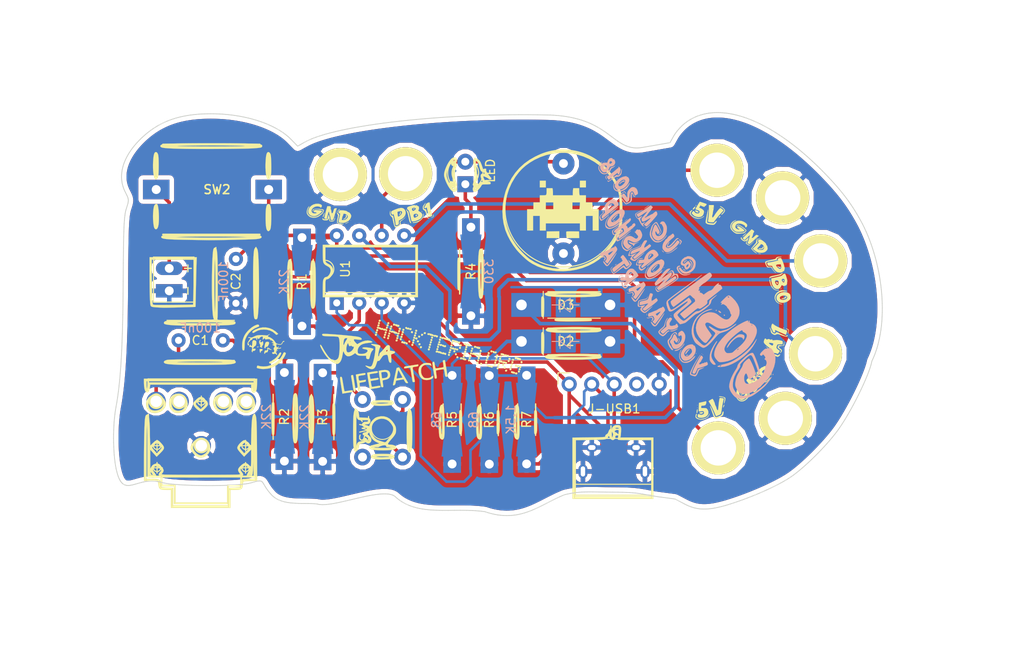
<source format=kicad_pcb>
(kicad_pcb (version 4) (host pcbnew 4.0.7-e0-6372~58~ubuntu16.04.1)
  (layers (0 F.Cu signal) (31 B.Cu signal) (34 B.Paste user) (35 F.Paste user) (36 B.SilkS user) (37 F.SilkS user) (38 B.Mask user) (39 F.Mask user) (44 Edge.Cuts user))
  (net 0 "")
  (net 1 +5V)
  (net 2 GND)
  (net 3 "Net-(C1-Pad1)")
  (net 4 "Net-(C1-Pad2)")
  (net 5 VCC)
  (net 6 "Net-(D1-Pad1)")
  (net 7 "Net-(D1-Pad2)")
  (net 8 "Net-(D2-Pad1)")
  (net 9 "Net-(D3-Pad1)")
  (net 10 "Net-(J3-Pad1)")
  (net 11 "Net-(J4-Pad1)")
  (net 12 "Net-(R3-Pad1)")
  (net 13 PB4)
  (net 14 PB5)
  (module Housings_DIP:DIP-8_W7.62mm (layer F.Cu) (at 62.09 54.66 90)
    (fp_text reference U1 (at 3.84 0.97 90) (layer F.SilkS))
    (fp_text value ATTINY85-20PU)
    (pad 1 thru_hole rect (at 0 0 90) (size 1.6 1.6) (drill 0.8) (layers *.Cu *.Mask) (net 14 PB5))
    (pad 5 thru_hole oval (at 7.62 7.62 90) (size 1.6 1.6) (drill 0.8) (layers *.Cu *.Mask) (net 11 "Net-(J4-Pad1)"))
    (pad 2 thru_hole oval (at 0 2.54 90) (size 1.6 1.6) (drill 0.8) (layers *.Cu *.Mask) (net 3 "Net-(C1-Pad1)"))
    (pad 6 thru_hole oval (at 7.62 5.08 90) (size 1.6 1.6) (drill 0.8) (layers *.Cu *.Mask) (net 7 "Net-(D1-Pad2)"))
    (pad 3 thru_hole oval (at 0 5.08 90) (size 1.6 1.6) (drill 0.8) (layers *.Cu *.Mask) (net 13 PB4))
    (pad 7 thru_hole oval (at 7.62 2.54 90) (size 1.6 1.6) (drill 0.8) (layers *.Cu *.Mask) (net 10 "Net-(J3-Pad1)"))
    (pad 4 thru_hole oval (at 0 7.62 90) (size 1.6 1.6) (drill 0.8) (layers *.Cu *.Mask) (net 2 GND))
    (pad 8 thru_hole oval (at 7.62 0 90) (size 1.6 1.6) (drill 0.8) (layers *.Cu *.Mask) (net 5 VCC))
  )
  (module LEDs:LED_D3.0mm_FlatTop (layer F.Cu) (at 76.61 41.26 90)
    (fp_text reference D1)
    (fp_text value LED (at 1.53 2.83 90) (layer F.SilkS))
    (pad 1 thru_hole rect (at 0 0 90) (size 1.8 1.8) (drill 0.9) (layers *.Cu *.Mask) (net 6 "Net-(D1-Pad1)"))
    (pad 2 thru_hole circle (at 2.54 0 90) (size 1.8 1.8) (drill 0.9) (layers *.Cu *.Mask) (net 7 "Net-(D1-Pad2)"))
  )
  (module 8BitMixtape_Stomp:BUZZER (layer F.Cu) (at 87.69 44 270)
    (fp_text reference LS1)
    (fp_text value Speaker)
    (pad 2 thru_hole circle (at 5.08 0 270) (size 2.49936 2.49936) (drill 1.00076) (layers *.Cu *.Mask) (net 2 GND))
    (pad 1 thru_hole circle (at -5.08 0 270) (size 2.49936 2.49936) (drill 1.00076) (layers *.Cu *.Mask) (net 7 "Net-(D1-Pad2)"))
  )
  (module 8BitMixtape_Stomp:Lock_Aligator (layer F.Cu) (at 105.03 39.68)
    (fp_text reference J_Aligator1)
    (fp_text value CONN_01X01)
    (pad 1 thru_hole circle (at 0 0) (size 6 6) (drill 4) (layers *.Cu *.Mask F.SilkS) (net 5 VCC))
  )
  (module 8BitMixtape_Stomp:Lock_Aligator (layer F.Cu) (at 116.15 60.4)
    (fp_text reference J3)
    (fp_text value CONN_01X01)
    (pad 1 thru_hole circle (at 0 0) (size 6 6) (drill 4) (layers *.Cu *.Mask F.SilkS) (net 10 "Net-(J3-Pad1)"))
  )
  (module 8BitMixtape_Stomp:Lock_Aligator (layer F.Cu) (at 116.74 49.92)
    (fp_text reference J4)
    (fp_text value CONN_01X01)
    (pad 1 thru_hole circle (at 0 0) (size 6 6) (drill 4) (layers *.Cu *.Mask F.SilkS) (net 11 "Net-(J4-Pad1)"))
  )
  (module 8BitMixtape_Stomp:Lock_Aligator (layer F.Cu) (at 112.44 42.8)
    (fp_text reference J_Aligator5)
    (fp_text value CONN_01X01)
    (pad 1 thru_hole circle (at 0 0) (size 6 6) (drill 4) (layers *.Cu *.Mask F.SilkS) (net 2 GND))
  )
  (module 8BitMixtape_Stomp:Coconut_Logo_small_Mask (layer F.Cu) (at 104.86 54.19)
    (fp_text reference Coconut hide)
    (fp_text value LOGO hide)
  )
  (module 8BitMixtape_Stomp:TACTILE-PTH_6mm (layer F.Cu) (at 67.2594 68.8188 90)
    (fp_text reference SW1 (at 0 -2.032 90) (layer F.SilkS) (effects (font (thickness 0.127))))
    (fp_text value SW_Push)
    (pad 1 thru_hole circle (at -3.2512 -2.2606 90) (size 1.8796 1.8796) (drill 1.016) (layers *.Cu *.Mask) (net 3 "Net-(C1-Pad1)"))
    (pad 1 thru_hole circle (at 3.2512 -2.2606 90) (size 1.8796 1.8796) (drill 1.016) (layers *.Cu *.Mask) (net 3 "Net-(C1-Pad1)"))
    (pad 2 thru_hole circle (at -3.2512 2.2606 90) (size 1.8796 1.8796) (drill 1.016) (layers *.Cu *.Mask) (net 12 "Net-(R3-Pad1)"))
    (pad 2 thru_hole circle (at 3.2512 2.2606 90) (size 1.8796 1.8796) (drill 1.016) (layers *.Cu *.Mask) (net 12 "Net-(R3-Pad1)"))
  )
  (module 8BitMixtape_Stomp:AUDIO-JACK-KIT_renamedPins (layer F.Cu) (at 46.8 70.78 90)
    (fp_text reference J1)
    (fp_text value JACK_TRS_6PINS)
    (pad 3 thru_hole circle (at 4.99872 -5.09778 90) (size 2.18186 2.18186) (drill 1.29794) (layers *.Cu *.Mask) (net 4 "Net-(C1-Pad2)"))
    (pad 6 thru_hole circle (at 4.99872 -2.49936 90) (size 2.18186 2.18186) (drill 1.29794) (layers *.Cu *.Mask))
    (pad 1 thru_hole circle (at 0 0 90) (size 2.18186 2.18186) (drill 1.29794) (layers *.Cu *.Mask) (net 2 GND))
    (pad 2 thru_hole circle (at 4.99872 5.09778 90) (size 2.18186 2.18186) (drill 1.29794) (layers *.Cu *.Mask))
    (pad 5 thru_hole circle (at 4.99872 2.49936 90) (size 2.18186 2.18186) (drill 1.29794) (layers *.Cu *.Mask))
  )
  (module 8BitMixtape_Stomp:Capacitor (layer F.Cu) (at 49.23 58.89 180)
    (fp_text reference C1 (at 2.54 0 180) (layer F.SilkS))
    (fp_text value 100nF (at 2.54 1.4 180) (layer B.SilkS) (effects (justify mirror)))
    (pad 1 thru_hole circle (at 0 0 180) (size 1.6 1.6) (drill 0.8) (layers *.Cu *.Mask) (net 3 "Net-(C1-Pad1)"))
    (pad 2 thru_hole circle (at 5 0 180) (size 1.6 1.6) (drill 0.8) (layers *.Cu *.Mask) (net 4 "Net-(C1-Pad2)"))
  )
  (module 8BitMixtape_Stomp:Bat_connector+- (layer F.Cu) (at 43.18 53.3 90)
    (fp_text reference BT1)
    (fp_text value Battery_Cell)
    (fp_text user + (at 2.54 2.032 90) (layer F.SilkS))
    (fp_text user - (at 0 2.032 90) (layer F.SilkS))
    (pad 2 thru_hole rect (at 0 0 90) (size 1.51 3.01) (drill 1) (layers *.Cu *.Mask) (net 2 GND))
    (pad 1 thru_hole oval (at 2.54 0 90) (size 1.51 3.01) (drill 1) (layers *.Cu *.Mask) (net 1 +5V))
  )
  (module 8BitMixtape_Stomp:Lock_Aligator (layer F.Cu) (at 105.18 71.03)
    (fp_text reference J_Aligator2)
    (fp_text value CONN_01X01)
    (pad 1 thru_hole circle (at 0 0) (size 6 6) (drill 4) (layers *.Cu *.Mask F.SilkS) (net 5 VCC))
  )
  (module 8BitMixtape_Stomp:Lock_Aligator (layer F.Cu) (at 112.74 67.69)
    (fp_text reference J_Aligator3)
    (fp_text value CONN_01X01)
    (pad 1 thru_hole circle (at 0 0) (size 6 6) (drill 4) (layers *.Cu *.Mask F.SilkS) (net 2 GND))
  )
  (module Connectors:USB_Micro-B (layer F.Cu) (at 93.39 72.34)
    (fp_text reference J5 (at 0 -3.24) (layer F.SilkS))
    (fp_text value USB_OTG)
    (pad 1 smd rect (at -1.3 -1.35 90) (size 1.35 0.4) (layers F.Cu F.Paste F.Mask) (net 1 +5V))
    (pad 2 smd rect (at -0.65 -1.35 90) (size 1.35 0.4) (layers F.Cu F.Paste F.Mask) (net 9 "Net-(D3-Pad1)"))
    (pad 3 smd rect (at 0 -1.35 90) (size 1.35 0.4) (layers F.Cu F.Paste F.Mask) (net 8 "Net-(D2-Pad1)"))
    (pad 4 smd rect (at 0.65 -1.35 90) (size 1.35 0.4) (layers F.Cu F.Paste F.Mask))
    (pad 5 smd rect (at 1.3 -1.35 90) (size 1.35 0.4) (layers F.Cu F.Paste F.Mask) (net 2 GND))
    (pad 6 thru_hole oval (at -2.5 -1.35 90) (size 0.95 1.25) (drill oval 0.55 0.85) (layers *.Cu *.Mask) (net 2 GND))
    (pad 6 thru_hole oval (at 2.5 -1.35 90) (size 0.95 1.25) (drill oval 0.55 0.85) (layers *.Cu *.Mask) (net 2 GND))
    (pad 6 thru_hole oval (at -3.5 1.35 90) (size 1.55 1) (drill oval 1.15 0.5) (layers *.Cu *.Mask) (net 2 GND))
    (pad 6 thru_hole oval (at 3.5 1.35 90) (size 1.55 1) (drill oval 1.15 0.5) (layers *.Cu *.Mask) (net 2 GND))
  )
  (module 8BitMixtape_Stomp:Socket_Strip_USB (layer F.Cu) (at 88.34 63.83 90)
    (fp_text reference J-USB1 (at -2.794 5.08 360) (layer F.SilkS))
    (fp_text value CONN_01X05)
    (pad 1 thru_hole circle (at 0 0 90) (size 1.7 1.7) (drill 1) (layers *.Cu *.Mask) (net 1 +5V))
    (pad 2 thru_hole oval (at 0 2.54 90) (size 1.7 1.7) (drill 1) (layers *.Cu *.Mask) (net 9 "Net-(D3-Pad1)"))
    (pad 3 thru_hole oval (at 0 5.08 90) (size 1.7 1.7) (drill 1) (layers *.Cu *.Mask) (net 8 "Net-(D2-Pad1)"))
    (pad 4 thru_hole oval (at 0 7.62 90) (size 1.7 1.7) (drill 1) (layers *.Cu *.Mask))
    (pad 5 thru_hole oval (at 0 10.16 90) (size 1.7 1.7) (drill 1) (layers *.Cu *.Mask) (net 2 GND))
  )
  (module 8BitMixtape_Stomp:Resistor_SMD+THTuniversal (layer B.Cu) (at 56.18 67.52126 270)
    (fp_text reference R2 (at 0 0 270) (layer F.SilkS))
    (fp_text value 22K (at 0 2.032 270) (layer B.SilkS) (effects (justify mirror)))
    (pad 1 smd trapezoid (at -2.413 0 270) (size 3.50012 1.99898) (rect_delta 0.39878 0) (layers B.Cu B.Paste B.Mask) (net 3 "Net-(C1-Pad1)"))
    (pad 2 smd trapezoid (at 2.413 0 90) (size 3.50012 1.99898) (rect_delta 0.39878 0) (layers B.Cu B.Paste B.Mask) (net 2 GND))
    (pad 1 thru_hole rect (at -5.00126 0 90) (size 1.99898 1.99898) (drill 1.00076) (layers *.Cu *.Mask) (net 3 "Net-(C1-Pad1)"))
    (pad 2 thru_hole rect (at 5.00126 0 90) (size 1.99898 1.99898) (drill 1.00076) (layers *.Cu *.Mask) (net 2 GND))
  )
  (module 8BitMixtape_Stomp:Resistor_SMD+THTuniversal_OneSided (layer B.Cu) (at 75.12 67.84874 90)
    (fp_text reference R5 (at 0 0 90) (layer F.SilkS))
    (fp_text value 68 (at 0 -1.778 90) (layer B.SilkS) (effects (justify mirror)))
    (pad 1 smd trapezoid (at -2.413 0 90) (size 3.50012 1.99898) (rect_delta 0.39878 0) (layers B.Cu B.Paste B.Mask) (net 13 PB4))
    (pad 2 smd trapezoid (at 2.413 0 270) (size 3.50012 1.99898) (rect_delta 0.39878 0) (layers B.Cu B.Paste B.Mask) (net 8 "Net-(D2-Pad1)"))
    (pad 1 thru_hole rect (at -5.00126 0 270) (size 1.99898 1.99898) (drill 1.00076) (layers B.Cu B.Mask) (net 13 PB4))
    (pad 2 thru_hole rect (at 5.00126 0 270) (size 1.99898 1.99898) (drill 1.00076) (layers B.Cu B.Mask) (net 8 "Net-(D2-Pad1)"))
  )
  (module 8BitMixtape_Stomp:Resistor_SMD+THTuniversal (layer B.Cu) (at 60.5 67.55126 270)
    (fp_text reference R3 (at 0 0 270) (layer F.SilkS))
    (fp_text value 22K (at 0 2.032 270) (layer B.SilkS) (effects (justify mirror)))
    (pad 1 smd trapezoid (at -2.413 0 270) (size 3.50012 1.99898) (rect_delta 0.39878 0) (layers B.Cu B.Paste B.Mask) (net 12 "Net-(R3-Pad1)"))
    (pad 2 smd trapezoid (at 2.413 0 90) (size 3.50012 1.99898) (rect_delta 0.39878 0) (layers B.Cu B.Paste B.Mask) (net 2 GND))
    (pad 1 thru_hole rect (at -5.00126 0 90) (size 1.99898 1.99898) (drill 1.00076) (layers *.Cu *.Mask) (net 12 "Net-(R3-Pad1)"))
    (pad 2 thru_hole rect (at 5.00126 0 90) (size 1.99898 1.99898) (drill 1.00076) (layers *.Cu *.Mask) (net 2 GND))
  )
  (module 8BitMixtape_Stomp:Resistor_SMD+THTuniversal (layer B.Cu) (at 77.24 51.11 90)
    (fp_text reference R4 (at 0 0 90) (layer F.SilkS))
    (fp_text value 330 (at 0 2.032 90) (layer B.SilkS) (effects (justify mirror)))
    (pad 1 smd trapezoid (at -2.413 0 90) (size 3.50012 1.99898) (rect_delta 0.39878 0) (layers B.Cu B.Paste B.Mask) (net 2 GND))
    (pad 2 smd trapezoid (at 2.413 0 270) (size 3.50012 1.99898) (rect_delta 0.39878 0) (layers B.Cu B.Paste B.Mask) (net 6 "Net-(D1-Pad1)"))
    (pad 1 thru_hole rect (at -5.00126 0 270) (size 1.99898 1.99898) (drill 1.00076) (layers *.Cu *.Mask) (net 2 GND))
    (pad 2 thru_hole rect (at 5.00126 0 270) (size 1.99898 1.99898) (drill 1.00076) (layers *.Cu *.Mask) (net 6 "Net-(D1-Pad1)"))
  )
  (module 8BitMixtape_Stomp:D_Zener_handsoldering (layer B.Cu) (at 87.95 54.89)
    (fp_text reference D3 (at 0 0) (layer F.SilkS))
    (fp_text value "D_Zener 3.3V")
    (pad 1 thru_hole rect (at -5 0) (size 4.5 2.7) (drill 1.19888 (offset 1.1 0)) (layers B.Cu B.Mask) (net 9 "Net-(D3-Pad1)"))
    (pad 2 thru_hole rect (at 5 0 180) (size 4.5 2.7) (drill 1.19888 (offset 1.1 0)) (layers B.Cu B.Mask) (net 2 GND))
  )
  (module 8BitMixtape_Stomp:Resistor_SMD+THTuniversal_OneSided (layer B.Cu) (at 83.53 67.84 90)
    (fp_text reference R7 (at 0 0 90) (layer F.SilkS))
    (fp_text value 1.5K (at 0 -1.778 90) (layer B.SilkS) (effects (justify mirror)))
    (pad 1 smd trapezoid (at -2.413 0 90) (size 3.50012 1.99898) (rect_delta 0.39878 0) (layers B.Cu B.Paste B.Mask) (net 1 +5V))
    (pad 2 smd trapezoid (at 2.413 0 270) (size 3.50012 1.99898) (rect_delta 0.39878 0) (layers B.Cu B.Paste B.Mask) (net 9 "Net-(D3-Pad1)"))
    (pad 1 thru_hole rect (at -5.00126 0 270) (size 1.99898 1.99898) (drill 1.00076) (layers B.Cu B.Mask) (net 1 +5V))
    (pad 2 thru_hole rect (at 5.00126 0 270) (size 1.99898 1.99898) (drill 1.00076) (layers B.Cu B.Mask) (net 9 "Net-(D3-Pad1)"))
  )
  (module 8BitMixtape_Stomp:Resistor_SMD+THTuniversal_OneSided (layer B.Cu) (at 79.32 67.867 90)
    (fp_text reference R6 (at 0 0 90) (layer F.SilkS))
    (fp_text value 68 (at 0 -1.778 90) (layer B.SilkS) (effects (justify mirror)))
    (pad 1 smd trapezoid (at -2.413 0 90) (size 3.50012 1.99898) (rect_delta 0.39878 0) (layers B.Cu B.Paste B.Mask) (net 14 PB5))
    (pad 2 smd trapezoid (at 2.413 0 270) (size 3.50012 1.99898) (rect_delta 0.39878 0) (layers B.Cu B.Paste B.Mask) (net 9 "Net-(D3-Pad1)"))
    (pad 1 thru_hole rect (at -5.00126 0 270) (size 1.99898 1.99898) (drill 1.00076) (layers B.Cu B.Mask) (net 14 PB5))
    (pad 2 thru_hole rect (at 5.00126 0 270) (size 1.99898 1.99898) (drill 1.00076) (layers B.Cu B.Mask) (net 9 "Net-(D3-Pad1)"))
  )
  (module 8BitMixtape_Stomp:D_Zener_handsoldering (layer B.Cu) (at 87.95 59.01)
    (fp_text reference D2 (at 0 0) (layer F.SilkS))
    (fp_text value "D_Zener 3.3V")
    (pad 1 thru_hole rect (at -5 0) (size 4.5 2.7) (drill 1.19888 (offset 1.1 0)) (layers B.Cu B.Mask) (net 8 "Net-(D2-Pad1)"))
    (pad 2 thru_hole rect (at 5 0 180) (size 4.5 2.7) (drill 1.19888 (offset 1.1 0)) (layers B.Cu B.Mask) (net 2 GND))
  )
  (module 8BitMixtape_Stomp:Capacitor (layer F.Cu) (at 50.71 49.7 270)
    (fp_text reference C2 (at 2.54 0 270) (layer F.SilkS))
    (fp_text value 100nF (at 2.54 1.4 270) (layer B.SilkS) (effects (justify mirror)))
    (pad 1 thru_hole circle (at 0 0 270) (size 1.6 1.6) (drill 0.8) (layers *.Cu *.Mask) (net 5 VCC))
    (pad 2 thru_hole circle (at 5 0 270) (size 1.6 1.6) (drill 0.8) (layers *.Cu *.Mask) (net 2 GND))
  )
  (module 8BitMixtape_Stomp:Resistor_SMD+THTuniversal (layer B.Cu) (at 58.17 52.283 270)
    (fp_text reference R1 (at 0 0 270) (layer F.SilkS))
    (fp_text value 22K (at 0 2.032 270) (layer B.SilkS) (effects (justify mirror)))
    (pad 1 smd trapezoid (at -2.413 0 270) (size 3.50012 1.99898) (rect_delta 0.39878 0) (layers B.Cu B.Paste B.Mask) (net 5 VCC))
    (pad 2 smd trapezoid (at 2.413 0 90) (size 3.50012 1.99898) (rect_delta 0.39878 0) (layers B.Cu B.Paste B.Mask) (net 3 "Net-(C1-Pad1)"))
    (pad 1 thru_hole rect (at -5.00126 0 90) (size 1.99898 1.99898) (drill 1.00076) (layers *.Cu *.Mask) (net 5 VCC))
    (pad 2 thru_hole rect (at 5.00126 0 90) (size 1.99898 1.99898) (drill 1.00076) (layers *.Cu *.Mask) (net 3 "Net-(C1-Pad1)"))
  )
  (module 8BitMixtape_Stomp:Lock_Aligator (layer F.Cu) (at 69.87 40.08)
    (fp_text reference J2)
    (fp_text value CONN_01X01)
    (pad 1 thru_hole circle (at 0 0) (size 6 6) (drill 4) (layers *.Cu *.Mask F.SilkS) (net 7 "Net-(D1-Pad2)"))
  )
  (module 8BitMixtape_Stomp:Lock_Aligator (layer F.Cu) (at 62.51 40.17)
    (fp_text reference J_Aligator4)
    (fp_text value CONN_01X01)
    (pad 1 thru_hole circle (at 0 0) (size 6 6) (drill 4) (layers *.Cu *.Mask F.SilkS) (net 2 GND))
  )
  (module 8BitMixtape_Stomp:Push_SWITCH-Square (layer F.Cu) (at 46.79 41.86 90)
    (fp_text reference SW2 (at 0 1.778 360) (layer F.SilkS) (effects (font (thickness 0.1778))))
    (fp_text value SW_SPST)
    (pad 1 thru_hole rect (at 0 -5.08 90) (size 2.2 3) (drill 1.016) (layers *.Cu *.Mask) (net 1 +5V))
    (pad 2 thru_hole rect (at 0 7.62 90) (size 2.2 3) (drill 1.016) (layers *.Cu *.Mask) (net 5 VCC))
  )
  (module 8BitMixtape_Stomp:Silk_weird (layer F.Cu) (at 81.34 62.28)
    (fp_text reference "" (at 0 0) (layer F.SilkS))
    (fp_text value "" (at 0 0) (layer F.SilkS))
    (fp_line (start -28.836229 12.675291) (end -28.565859 12.594406) (layer Edge.Cuts) (width 0.1))
    (fp_line (start -28.565859 12.594406) (end -28.342135 12.53436) (layer Edge.Cuts) (width 0.1))
    (fp_line (start -28.342135 12.53436) (end -28.158962 12.495295) (layer Edge.Cuts) (width 0.1))
    (fp_line (start -28.158962 12.495295) (end -28.080677 12.483668) (layer Edge.Cuts) (width 0.1))
    (fp_line (start -28.080677 12.483668) (end -28.010244 12.477346) (layer Edge.Cuts) (width 0.1))
    (fp_line (start -28.010244 12.477346) (end -27.946901 12.476217) (layer Edge.Cuts) (width 0.1))
    (fp_line (start -27.946901 12.476217) (end -27.889886 12.480535) (layer Edge.Cuts) (width 0.1))
    (fp_line (start -27.889886 12.480535) (end -27.838438 12.490187) (layer Edge.Cuts) (width 0.1))
    (fp_line (start -27.838438 12.490187) (end -27.791793 12.505229) (layer Edge.Cuts) (width 0.1))
    (fp_line (start -27.791793 12.505229) (end -27.749191 12.525662) (layer Edge.Cuts) (width 0.1))
    (fp_line (start -27.749191 12.525662) (end -27.70987 12.551486) (layer Edge.Cuts) (width 0.1))
    (fp_line (start -27.70987 12.551486) (end -27.673066 12.582722) (layer Edge.Cuts) (width 0.1))
    (fp_line (start -27.673066 12.582722) (end -27.63802 12.619394) (layer Edge.Cuts) (width 0.1))
    (fp_line (start -27.63802 12.619394) (end -27.570149 12.70911) (layer Edge.Cuts) (width 0.1))
    (fp_line (start -27.570149 12.70911) (end -27.500162 12.820776) (layer Edge.Cuts) (width 0.1))
    (fp_line (start -27.500162 12.820776) (end -27.329456 13.110511) (layer Edge.Cuts) (width 0.1))
    (fp_line (start -27.329456 13.110511) (end -27.216547 13.288859) (layer Edge.Cuts) (width 0.1))
    (fp_line (start -27.216547 13.288859) (end -27.07714 13.489708) (layer Edge.Cuts) (width 0.1))
    (fp_line (start -27.07714 13.489708) (end -26.90514 13.713197) (layer Edge.Cuts) (width 0.1))
    (fp_line (start -26.90514 13.713197) (end -26.805013 13.833477) (layer Edge.Cuts) (width 0.1))
    (fp_line (start -26.805013 13.833477) (end -26.694451 13.95947) (layer Edge.Cuts) (width 0.1))
    (fp_line (start -26.694451 13.95947) (end -26.581768 14.084091) (layer Edge.Cuts) (width 0.1))
    (fp_line (start -26.581768 14.084091) (end -26.462419 14.198529) (layer Edge.Cuts) (width 0.1))
    (fp_line (start -26.462419 14.198529) (end -26.336746 14.303225) (layer Edge.Cuts) (width 0.1))
    (fp_line (start -26.336746 14.303225) (end -26.205088 14.398619) (layer Edge.Cuts) (width 0.1))
    (fp_line (start -26.205088 14.398619) (end -26.067787 14.485145) (layer Edge.Cuts) (width 0.1))
    (fp_line (start -26.067787 14.485145) (end -25.925183 14.56325) (layer Edge.Cuts) (width 0.1))
    (fp_line (start -25.925183 14.56325) (end -25.777617 14.633374) (layer Edge.Cuts) (width 0.1))
    (fp_line (start -25.777617 14.633374) (end -25.625429 14.695951) (layer Edge.Cuts) (width 0.1))
    (fp_line (start -25.625429 14.695951) (end -25.46896 14.751425) (layer Edge.Cuts) (width 0.1))
    (fp_line (start -25.46896 14.751425) (end -25.30855 14.800232) (layer Edge.Cuts) (width 0.1))
    (fp_line (start -25.30855 14.800232) (end -25.144541 14.84282) (layer Edge.Cuts) (width 0.1))
    (fp_line (start -25.144541 14.84282) (end -24.977272 14.879618) (layer Edge.Cuts) (width 0.1))
    (fp_line (start -24.977272 14.879618) (end -24.807085 14.911075) (layer Edge.Cuts) (width 0.1))
    (fp_line (start -24.807085 14.911075) (end -24.634319 14.937632) (layer Edge.Cuts) (width 0.1))
    (fp_line (start -24.634319 14.937632) (end -24.459316 14.959702) (layer Edge.Cuts) (width 0.1))
    (fp_line (start -24.459316 14.959702) (end -24.282416 14.977764) (layer Edge.Cuts) (width 0.1))
    (fp_line (start -24.282416 14.977764) (end -23.924288 15.003559) (layer Edge.Cuts) (width 0.1))
    (fp_line (start -23.924288 15.003559) (end -23.56266 15.018545) (layer Edge.Cuts) (width 0.1))
    (fp_line (start -23.56266 15.018545) (end -23.200257 15.026222) (layer Edge.Cuts) (width 0.1))
    (fp_line (start -23.200257 15.026222) (end -22.839803 15.030116) (layer Edge.Cuts) (width 0.1))
    (fp_line (start -22.839803 15.030116) (end -22.484023 15.033757) (layer Edge.Cuts) (width 0.1))
    (fp_line (start -22.484023 15.033757) (end -22.135643 15.040643) (layer Edge.Cuts) (width 0.1))
    (fp_line (start -22.135643 15.040643) (end -21.797386 15.054303) (layer Edge.Cuts) (width 0.1))
    (fp_line (start -21.797386 15.054303) (end -21.471978 15.078235) (layer Edge.Cuts) (width 0.1))
    (fp_line (start -21.471978 15.078235) (end -21.389411 15.103014) (layer Edge.Cuts) (width 0.1))
    (fp_line (start -21.389411 15.103014) (end -21.300935 15.123278) (layer Edge.Cuts) (width 0.1))
    (fp_line (start -21.300935 15.123278) (end -21.206751 15.139167) (layer Edge.Cuts) (width 0.1))
    (fp_line (start -21.206751 15.139167) (end -21.107056 15.150851) (layer Edge.Cuts) (width 0.1))
    (fp_line (start -21.107056 15.150851) (end -20.891944 15.162224) (layer Edge.Cuts) (width 0.1))
    (fp_line (start -20.891944 15.162224) (end -20.657194 15.158697) (layer Edge.Cuts) (width 0.1))
    (fp_line (start -20.657194 15.158697) (end -20.404413 15.141594) (layer Edge.Cuts) (width 0.1))
    (fp_line (start -20.404413 15.141594) (end -20.135202 15.112203) (layer Edge.Cuts) (width 0.1))
    (fp_line (start -20.135202 15.112203) (end -19.851153 15.071823) (layer Edge.Cuts) (width 0.1))
    (fp_line (start -19.851153 15.071823) (end -19.553878 15.021748) (layer Edge.Cuts) (width 0.1))
    (fp_line (start -19.553878 15.021748) (end -19.244968 14.963283) (layer Edge.Cuts) (width 0.1))
    (fp_line (start -19.244968 14.963283) (end -18.926032 14.89772) (layer Edge.Cuts) (width 0.1))
    (fp_line (start -18.926032 14.89772) (end -18.264469 14.750496) (layer Edge.Cuts) (width 0.1))
    (fp_line (start -18.264469 14.750496) (end -16.891416 14.428004) (layer Edge.Cuts) (width 0.1))
    (fp_line (start -16.891416 14.428004) (end -16.205537 14.273504) (layer Edge.Cuts) (width 0.1))
    (fp_line (start -16.205537 14.273504) (end -15.868363 14.202483) (layer Edge.Cuts) (width 0.1))
    (fp_line (start -15.868363 14.202483) (end -15.537164 14.137346) (layer Edge.Cuts) (width 0.1))
    (fp_line (start -15.537164 14.137346) (end -15.213546 14.079389) (layer Edge.Cuts) (width 0.1))
    (fp_line (start -15.213546 14.079389) (end -14.899102 14.029915) (layer Edge.Cuts) (width 0.1))
    (fp_line (start -14.899102 14.029915) (end -14.595442 13.990215) (layer Edge.Cuts) (width 0.1))
    (fp_line (start -14.595442 13.990215) (end -14.304161 13.961592) (layer Edge.Cuts) (width 0.1))
    (fp_line (start -14.304161 13.961592) (end -14.026858 13.945336) (layer Edge.Cuts) (width 0.1))
    (fp_line (start -14.026858 13.945336) (end -13.765139 13.942796) (layer Edge.Cuts) (width 0.1))
    (fp_line (start -13.765139 13.942796) (end -13.520602 13.955186) (layer Edge.Cuts) (width 0.1))
    (fp_line (start -13.520602 13.955186) (end -13.405277 13.967406) (layer Edge.Cuts) (width 0.1))
    (fp_line (start -13.405277 13.967406) (end -13.294847 13.983859) (layer Edge.Cuts) (width 0.1))
    (fp_line (start -13.294847 13.983859) (end -13.189516 14.004687) (layer Edge.Cuts) (width 0.1))
    (fp_line (start -13.189516 14.004687) (end -13.089476 14.030087) (layer Edge.Cuts) (width 0.1))
    (fp_line (start -13.089476 14.030087) (end -12.994935 14.060192) (layer Edge.Cuts) (width 0.1))
    (fp_line (start -12.994935 14.060192) (end -12.906091 14.095176) (layer Edge.Cuts) (width 0.1))
    (fp_line (start -12.906091 14.095176) (end -12.823143 14.135198) (layer Edge.Cuts) (width 0.1))
    (fp_line (start -12.823143 14.135198) (end -12.746289 14.180427) (layer Edge.Cuts) (width 0.1))
    (fp_line (start -12.746289 14.180427) (end -12.675733 14.231018) (layer Edge.Cuts) (width 0.1))
    (fp_line (start -12.675733 14.231018) (end -12.611674 14.287135) (layer Edge.Cuts) (width 0.1))
    (fp_line (start -12.611674 14.287135) (end -12.491323 14.393169) (layer Edge.Cuts) (width 0.1))
    (fp_line (start -12.491323 14.393169) (end -12.369056 14.49421) (layer Edge.Cuts) (width 0.1))
    (fp_line (start -12.369056 14.49421) (end -12.24491 14.590377) (layer Edge.Cuts) (width 0.1))
    (fp_line (start -12.24491 14.590377) (end -12.11892 14.681792) (layer Edge.Cuts) (width 0.1))
    (fp_line (start -12.11892 14.681792) (end -11.991124 14.76857) (layer Edge.Cuts) (width 0.1))
    (fp_line (start -11.991124 14.76857) (end -11.861556 14.850832) (layer Edge.Cuts) (width 0.1))
    (fp_line (start -11.861556 14.850832) (end -11.730252 14.928691) (layer Edge.Cuts) (width 0.1))
    (fp_line (start -11.730252 14.928691) (end -11.597246 15.002275) (layer Edge.Cuts) (width 0.1))
    (fp_line (start -11.597246 15.002275) (end -11.462576 15.071693) (layer Edge.Cuts) (width 0.1))
    (fp_line (start -11.462576 15.071693) (end -11.326276 15.13707) (layer Edge.Cuts) (width 0.1))
    (fp_line (start -11.326276 15.13707) (end -11.048934 15.256171) (layer Edge.Cuts) (width 0.1))
    (fp_line (start -11.048934 15.256171) (end -10.765498 15.360522) (layer Edge.Cuts) (width 0.1))
    (fp_line (start -10.765498 15.360522) (end -10.47626 15.451073) (layer Edge.Cuts) (width 0.1))
    (fp_line (start -10.47626 15.451073) (end -10.181501 15.528775) (layer Edge.Cuts) (width 0.1))
    (fp_line (start -10.181501 15.528775) (end -9.88151 15.594575) (layer Edge.Cuts) (width 0.1))
    (fp_line (start -9.88151 15.594575) (end -9.576569 15.649422) (layer Edge.Cuts) (width 0.1))
    (fp_line (start -9.576569 15.649422) (end -9.266966 15.694264) (layer Edge.Cuts) (width 0.1))
    (fp_line (start -9.266966 15.694264) (end -8.952982 15.73005) (layer Edge.Cuts) (width 0.1))
    (fp_line (start -8.952982 15.73005) (end -8.634907 15.757736) (layer Edge.Cuts) (width 0.1))
    (fp_line (start -8.634907 15.757736) (end -8.313024 15.778253) (layer Edge.Cuts) (width 0.1))
    (fp_line (start -8.313024 15.778253) (end -7.987616 15.792562) (layer Edge.Cuts) (width 0.1))
    (fp_line (start -7.987616 15.792562) (end -7.658971 15.801621) (layer Edge.Cuts) (width 0.1))
    (fp_line (start -7.658971 15.801621) (end -7.327374 15.806363) (layer Edge.Cuts) (width 0.1))
    (fp_line (start -7.327374 15.806363) (end -6.656461 15.806645) (layer Edge.Cuts) (width 0.1))
    (fp_line (start -6.656461 15.806645) (end -5.977161 15.801142) (layer Edge.Cuts) (width 0.1))
    (fp_line (start -5.977161 15.801142) (end -5.291753 15.79736) (layer Edge.Cuts) (width 0.1))
    (fp_line (start -5.291753 15.79736) (end -4.602521 15.80292) (layer Edge.Cuts) (width 0.1))
    (fp_line (start -4.602521 15.80292) (end -4.257183 15.811556) (layer Edge.Cuts) (width 0.1))
    (fp_line (start -4.257183 15.811556) (end -3.911746 15.825385) (layer Edge.Cuts) (width 0.1))
    (fp_line (start -3.911746 15.825385) (end -3.566492 15.845338) (layer Edge.Cuts) (width 0.1))
    (fp_line (start -3.566492 15.845338) (end -3.221707 15.872375) (layer Edge.Cuts) (width 0.1))
    (fp_line (start -3.221707 15.872375) (end -2.877678 15.907427) (layer Edge.Cuts) (width 0.1))
    (fp_line (start -2.877678 15.907427) (end -2.534688 15.95145) (layer Edge.Cuts) (width 0.1))
    (fp_line (start -2.534688 15.95145) (end -2.15872 16.071564) (layer Edge.Cuts) (width 0.1))
    (fp_line (start -2.15872 16.071564) (end -1.793533 16.171414) (layer Edge.Cuts) (width 0.1))
    (fp_line (start -1.793533 16.171414) (end -1.438647 16.25187) (layer Edge.Cuts) (width 0.1))
    (fp_line (start -1.438647 16.25187) (end -1.093596 16.313793) (layer Edge.Cuts) (width 0.1))
    (fp_line (start -1.093596 16.313793) (end -0.757902 16.358048) (layer Edge.Cuts) (width 0.1))
    (fp_line (start -0.757902 16.358048) (end -0.431097 16.385508) (layer Edge.Cuts) (width 0.1))
    (fp_line (start -0.431097 16.385508) (end -0.112702 16.397023) (layer Edge.Cuts) (width 0.1))
    (fp_line (start -0.112702 16.397023) (end 0.197748 16.393467) (layer Edge.Cuts) (width 0.1))
    (fp_line (start 0.197748 16.393467) (end 0.500733 16.375687) (layer Edge.Cuts) (width 0.1))
    (fp_line (start 0.500733 16.375687) (end 0.796719 16.344577) (layer Edge.Cuts) (width 0.1))
    (fp_line (start 0.796719 16.344577) (end 1.086186 16.300988) (layer Edge.Cuts) (width 0.1))
    (fp_line (start 1.086186 16.300988) (end 1.369602 16.245786) (layer Edge.Cuts) (width 0.1))
    (fp_line (start 1.369602 16.245786) (end 1.647439 16.17983) (layer Edge.Cuts) (width 0.1))
    (fp_line (start 1.647439 16.17983) (end 1.920173 16.103994) (layer Edge.Cuts) (width 0.1))
    (fp_line (start 1.920173 16.103994) (end 2.188272 16.019136) (layer Edge.Cuts) (width 0.1))
    (fp_line (start 2.188272 16.019136) (end 2.452215 15.926121) (layer Edge.Cuts) (width 0.1))
    (fp_line (start 2.452215 15.926121) (end 2.712472 15.825819) (layer Edge.Cuts) (width 0.1))
    (fp_line (start 2.712472 15.825819) (end 2.969514 15.719088) (layer Edge.Cuts) (width 0.1))
    (fp_line (start 2.969514 15.719088) (end 3.223816 15.606795) (layer Edge.Cuts) (width 0.1))
    (fp_line (start 3.223816 15.606795) (end 3.475849 15.489808) (layer Edge.Cuts) (width 0.1))
    (fp_line (start 3.475849 15.489808) (end 3.975004 15.245201) (layer Edge.Cuts) (width 0.1))
    (fp_line (start 3.975004 15.245201) (end 4.470759 14.992183) (layer Edge.Cuts) (width 0.1))
    (fp_line (start 4.470759 14.992183) (end 4.966897 14.737672) (layer Edge.Cuts) (width 0.1))
    (fp_line (start 4.966897 14.737672) (end 5.467198 14.488588) (layer Edge.Cuts) (width 0.1))
    (fp_line (start 5.467198 14.488588) (end 5.720091 14.368243) (layer Edge.Cuts) (width 0.1))
    (fp_line (start 5.720091 14.368243) (end 5.975446 14.251846) (layer Edge.Cuts) (width 0.1))
    (fp_line (start 5.975446 14.251846) (end 6.233733 14.140267) (layer Edge.Cuts) (width 0.1))
    (fp_line (start 6.233733 14.140267) (end 6.495423 14.034366) (layer Edge.Cuts) (width 0.1))
    (fp_line (start 6.495423 14.034366) (end 6.835978 13.955815) (layer Edge.Cuts) (width 0.1))
    (fp_line (start 6.835978 13.955815) (end 7.164781 13.890816) (layer Edge.Cuts) (width 0.1))
    (fp_line (start 7.164781 13.890816) (end 7.484305 13.838202) (layer Edge.Cuts) (width 0.1))
    (fp_line (start 7.484305 13.838202) (end 7.797018 13.796811) (layer Edge.Cuts) (width 0.1))
    (fp_line (start 7.797018 13.796811) (end 8.105394 13.765481) (layer Edge.Cuts) (width 0.1))
    (fp_line (start 8.105394 13.765481) (end 8.411904 13.743045) (layer Edge.Cuts) (width 0.1))
    (fp_line (start 8.411904 13.743045) (end 8.719015 13.728341) (layer Edge.Cuts) (width 0.1))
    (fp_line (start 8.719015 13.728341) (end 9.0292 13.720213) (layer Edge.Cuts) (width 0.1))
    (fp_line (start 9.0292 13.720213) (end 9.344931 13.717391) (layer Edge.Cuts) (width 0.1))
    (fp_line (start 9.344931 13.717391) (end 9.668679 13.718802) (layer Edge.Cuts) (width 0.1))
    (fp_line (start 9.668679 13.718802) (end 10.350105 13.729893) (layer Edge.Cuts) (width 0.1))
    (fp_line (start 10.350105 13.729893) (end 11.093244 13.743976) (layer Edge.Cuts) (width 0.1))
    (fp_line (start 11.093244 13.743976) (end 11.917863 13.751737) (layer Edge.Cuts) (width 0.1))
    (fp_line (start 11.917863 13.751737) (end 12.502622 13.755547) (layer Edge.Cuts) (width 0.1))
    (fp_line (start 12.502622 13.755547) (end 13.012086 13.764635) (layer Edge.Cuts) (width 0.1))
    (fp_line (start 13.012086 13.764635) (end 13.45548 13.778802) (layer Edge.Cuts) (width 0.1))
    (fp_line (start 13.45548 13.778802) (end 13.842037 13.797796) (layer Edge.Cuts) (width 0.1))
    (fp_line (start 13.842037 13.797796) (end 14.180986 13.821418) (layer Edge.Cuts) (width 0.1))
    (fp_line (start 14.180986 13.821418) (end 14.481553 13.849386) (layer Edge.Cuts) (width 0.1))
    (fp_line (start 14.481553 13.849386) (end 14.752971 13.881509) (layer Edge.Cuts) (width 0.1))
    (fp_line (start 14.752971 13.881509) (end 15.004468 13.91754) (layer Edge.Cuts) (width 0.1))
    (fp_line (start 15.004468 13.91754) (end 15.245274 13.957249) (layer Edge.Cuts) (width 0.1))
    (fp_line (start 15.245274 13.957249) (end 15.484615 14.000406) (layer Edge.Cuts) (width 0.1))
    (fp_line (start 15.484615 14.000406) (end 15.995833 14.09613) (layer Edge.Cuts) (width 0.1))
    (fp_line (start 15.995833 14.09613) (end 16.611949 14.202861) (layer Edge.Cuts) (width 0.1))
    (fp_line (start 16.611949 14.202861) (end 16.982422 14.259777) (layer Edge.Cuts) (width 0.1))
    (fp_line (start 16.982422 14.259777) (end 17.406805 14.318747) (layer Edge.Cuts) (width 0.1))
    (fp_line (start 17.406805 14.318747) (end 18.939469 14.520855) (layer Edge.Cuts) (width 0.1))
    (fp_line (start 18.939469 14.520855) (end 20.019455 15.085045) (layer Edge.Cuts) (width 0.1))
    (fp_line (start 20.019455 15.085045) (end 20.306308 15.226012) (layer Edge.Cuts) (width 0.1))
    (fp_line (start 20.306308 15.226012) (end 20.448788 15.2891) (layer Edge.Cuts) (width 0.1))
    (fp_line (start 20.448788 15.2891) (end 20.591025 15.347247) (layer Edge.Cuts) (width 0.1))
    (fp_line (start 20.591025 15.347247) (end 20.733302 15.400445) (layer Edge.Cuts) (width 0.1))
    (fp_line (start 20.733302 15.400445) (end 20.875912 15.448688) (layer Edge.Cuts) (width 0.1))
    (fp_line (start 20.875912 15.448688) (end 21.019139 15.491967) (layer Edge.Cuts) (width 0.1))
    (fp_line (start 21.019139 15.491967) (end 21.163276 15.530279) (layer Edge.Cuts) (width 0.1))
    (fp_line (start 21.163276 15.530279) (end 21.308609 15.563609) (layer Edge.Cuts) (width 0.1))
    (fp_line (start 21.308609 15.563609) (end 21.455427 15.591953) (layer Edge.Cuts) (width 0.1))
    (fp_line (start 21.455427 15.591953) (end 21.604014 15.615321) (layer Edge.Cuts) (width 0.1))
    (fp_line (start 21.604014 15.615321) (end 21.754667 15.633665) (layer Edge.Cuts) (width 0.1))
    (fp_line (start 21.754667 15.633665) (end 21.907665 15.647014) (layer Edge.Cuts) (width 0.1))
    (fp_line (start 21.907665 15.647014) (end 22.063305 15.65534) (layer Edge.Cuts) (width 0.1))
    (fp_line (start 22.063305 15.65534) (end 22.221869 15.658642) (layer Edge.Cuts) (width 0.1))
    (fp_line (start 22.221869 15.658642) (end 22.383647 15.656949) (layer Edge.Cuts) (width 0.1))
    (fp_line (start 22.383647 15.656949) (end 22.548931 15.650175) (layer Edge.Cuts) (width 0.1))
    (fp_line (start 22.548931 15.650175) (end 22.718001 15.638378) (layer Edge.Cuts) (width 0.1))
    (fp_line (start 22.718001 15.638378) (end 22.891156 15.621502) (layer Edge.Cuts) (width 0.1))
    (fp_line (start 22.891156 15.621502) (end 23.068677 15.599573) (layer Edge.Cuts) (width 0.1))
    (fp_line (start 23.068677 15.599573) (end 23.250854 15.572593) (layer Edge.Cuts) (width 0.1))
    (fp_line (start 23.250854 15.572593) (end 23.437976 15.540526) (layer Edge.Cuts) (width 0.1))
    (fp_line (start 23.437976 15.540526) (end 23.828204 15.46114) (layer Edge.Cuts) (width 0.1))
    (fp_line (start 23.828204 15.46114) (end 24.241677 15.36136) (layer Edge.Cuts) (width 0.1))
    (fp_line (start 24.241677 15.36136) (end 24.680693 15.241128) (layer Edge.Cuts) (width 0.1))
    (fp_line (start 24.680693 15.241128) (end 25.147562 15.100384) (layer Edge.Cuts) (width 0.1))
    (fp_line (start 25.147562 15.100384) (end 25.644589 14.939071) (layer Edge.Cuts) (width 0.1))
    (fp_line (start 25.644589 14.939071) (end 26.115847 14.777728) (layer Edge.Cuts) (width 0.1))
    (fp_line (start 26.115847 14.777728) (end 26.586633 14.609394) (layer Edge.Cuts) (width 0.1))
    (fp_line (start 26.586633 14.609394) (end 27.055043 14.434944) (layer Edge.Cuts) (width 0.1))
    (fp_line (start 27.055043 14.434944) (end 27.519165 14.255247) (layer Edge.Cuts) (width 0.1))
    (fp_line (start 27.519165 14.255247) (end 27.977091 14.071179) (layer Edge.Cuts) (width 0.1))
    (fp_line (start 27.977091 14.071179) (end 28.426908 13.883611) (layer Edge.Cuts) (width 0.1))
    (fp_line (start 28.426908 13.883611) (end 28.866712 13.693416) (layer Edge.Cuts) (width 0.1))
    (fp_line (start 28.866712 13.693416) (end 29.294591 13.501465) (layer Edge.Cuts) (width 0.1))
    (fp_line (start 29.294591 13.501465) (end 29.708637 13.308634) (layer Edge.Cuts) (width 0.1))
    (fp_line (start 29.708637 13.308634) (end 30.106937 13.115792) (layer Edge.Cuts) (width 0.1))
    (fp_line (start 30.106937 13.115792) (end 30.487587 12.923813) (layer Edge.Cuts) (width 0.1))
    (fp_line (start 30.487587 12.923813) (end 30.848673 12.733573) (layer Edge.Cuts) (width 0.1))
    (fp_line (start 30.848673 12.733573) (end 31.188291 12.545937) (layer Edge.Cuts) (width 0.1))
    (fp_line (start 31.188291 12.545937) (end 31.504527 12.361784) (layer Edge.Cuts) (width 0.1))
    (fp_line (start 31.504527 12.361784) (end 31.795475 12.181986) (layer Edge.Cuts) (width 0.1))
    (fp_line (start 31.795475 12.181986) (end 32.059223 12.007412) (layer Edge.Cuts) (width 0.1))
    (fp_line (start 32.059223 12.007412) (end 32.352929 11.797168) (layer Edge.Cuts) (width 0.1))
    (fp_line (start 32.352929 11.797168) (end 32.663534 11.559511) (layer Edge.Cuts) (width 0.1))
    (fp_line (start 32.663534 11.559511) (end 32.988287 11.297166) (layer Edge.Cuts) (width 0.1))
    (fp_line (start 32.988287 11.297166) (end 33.324434 11.012858) (layer Edge.Cuts) (width 0.1))
    (fp_line (start 33.324434 11.012858) (end 33.669211 10.709314) (layer Edge.Cuts) (width 0.1))
    (fp_line (start 33.669211 10.709314) (end 34.019869 10.389257) (layer Edge.Cuts) (width 0.1))
    (fp_line (start 34.019869 10.389257) (end 34.373646 10.055417) (layer Edge.Cuts) (width 0.1))
    (fp_line (start 34.373646 10.055417) (end 34.727792 9.710513) (layer Edge.Cuts) (width 0.1))
    (fp_line (start 34.727792 9.710513) (end 35.079548 9.357278) (layer Edge.Cuts) (width 0.1))
    (fp_line (start 35.079548 9.357278) (end 35.426159 8.998435) (layer Edge.Cuts) (width 0.1))
    (fp_line (start 35.426159 8.998435) (end 35.764868 8.636705) (layer Edge.Cuts) (width 0.1))
    (fp_line (start 35.764868 8.636705) (end 36.092921 8.274823) (layer Edge.Cuts) (width 0.1))
    (fp_line (start 36.092921 8.274823) (end 36.407556 7.915506) (layer Edge.Cuts) (width 0.1))
    (fp_line (start 36.407556 7.915506) (end 36.706026 7.561484) (layer Edge.Cuts) (width 0.1))
    (fp_line (start 36.706026 7.561484) (end 36.98557 7.215482) (layer Edge.Cuts) (width 0.1))
    (fp_line (start 36.98557 7.215482) (end 37.243431 6.880225) (layer Edge.Cuts) (width 0.1))
    (fp_line (start 37.243431 6.880225) (end 37.384968 6.686767) (layer Edge.Cuts) (width 0.1))
    (fp_line (start 37.384968 6.686767) (end 37.529993 6.480347) (layer Edge.Cuts) (width 0.1))
    (fp_line (start 37.529993 6.480347) (end 37.828624 6.032404) (layer Edge.Cuts) (width 0.1))
    (fp_line (start 37.828624 6.032404) (end 38.135569 5.543968) (layer Edge.Cuts) (width 0.1))
    (fp_line (start 38.135569 5.543968) (end 38.447072 5.022607) (layer Edge.Cuts) (width 0.1))
    (fp_line (start 38.447072 5.022607) (end 38.759381 4.475898) (layer Edge.Cuts) (width 0.1))
    (fp_line (start 38.759381 4.475898) (end 39.068739 3.911405) (layer Edge.Cuts) (width 0.1))
    (fp_line (start 39.068739 3.911405) (end 39.371392 3.336702) (layer Edge.Cuts) (width 0.1))
    (fp_line (start 39.371392 3.336702) (end 39.663585 2.759363) (layer Edge.Cuts) (width 0.1))
    (fp_line (start 39.663585 2.759363) (end 39.941565 2.186954) (layer Edge.Cuts) (width 0.1))
    (fp_line (start 39.941565 2.186954) (end 40.201579 1.627048) (layer Edge.Cuts) (width 0.1))
    (fp_line (start 40.201579 1.627048) (end 40.439868 1.087216) (layer Edge.Cuts) (width 0.1))
    (fp_line (start 40.439868 1.087216) (end 40.65268 0.575028) (layer Edge.Cuts) (width 0.1))
    (fp_line (start 40.65268 0.575028) (end 40.83626 0.098056) (layer Edge.Cuts) (width 0.1))
    (fp_line (start 40.83626 0.098056) (end 40.915917 -0.124857) (layer Edge.Cuts) (width 0.1))
    (fp_line (start 40.915917 -0.124857) (end 40.986857 -0.336129) (layer Edge.Cuts) (width 0.1))
    (fp_line (start 40.986857 -0.336129) (end 41.04861 -0.534813) (layer Edge.Cuts) (width 0.1))
    (fp_line (start 41.04861 -0.534813) (end 41.100711 -0.71996) (layer Edge.Cuts) (width 0.1))
    (fp_line (start 41.100711 -0.71996) (end 41.142686 -0.890622) (layer Edge.Cuts) (width 0.1))
    (fp_line (start 41.142686 -0.890622) (end 41.174069 -1.045859) (layer Edge.Cuts) (width 0.1))
    (fp_line (start 41.174069 -1.045859) (end 41.266373 -1.240962) (layer Edge.Cuts) (width 0.1))
    (fp_line (start 41.266373 -1.240962) (end 41.354728 -1.439781) (layer Edge.Cuts) (width 0.1))
    (fp_line (start 41.354728 -1.439781) (end 41.43916 -1.642208) (layer Edge.Cuts) (width 0.1))
    (fp_line (start 41.43916 -1.642208) (end 41.51969 -1.848134) (layer Edge.Cuts) (width 0.1))
    (fp_line (start 41.51969 -1.848134) (end 41.596344 -2.057453) (layer Edge.Cuts) (width 0.1))
    (fp_line (start 41.596344 -2.057453) (end 41.669143 -2.270054) (layer Edge.Cuts) (width 0.1))
    (fp_line (start 41.669143 -2.270054) (end 41.738115 -2.485832) (layer Edge.Cuts) (width 0.1))
    (fp_line (start 41.738115 -2.485832) (end 41.803281 -2.704679) (layer Edge.Cuts) (width 0.1))
    (fp_line (start 41.803281 -2.704679) (end 41.864667 -2.926486) (layer Edge.Cuts) (width 0.1))
    (fp_line (start 41.864667 -2.926486) (end 41.922294 -3.151146) (layer Edge.Cuts) (width 0.1))
    (fp_line (start 41.922294 -3.151146) (end 42.026372 -3.608589) (layer Edge.Cuts) (width 0.1))
    (fp_line (start 42.026372 -3.608589) (end 42.115703 -4.076146) (layer Edge.Cuts) (width 0.1))
    (fp_line (start 42.115703 -4.076146) (end 42.190484 -4.552955) (layer Edge.Cuts) (width 0.1))
    (fp_line (start 42.190484 -4.552955) (end 42.250902 -5.038148) (layer Edge.Cuts) (width 0.1))
    (fp_line (start 42.250902 -5.038148) (end 42.29715 -5.530866) (layer Edge.Cuts) (width 0.1))
    (fp_line (start 42.29715 -5.530866) (end 42.329416 -6.030247) (layer Edge.Cuts) (width 0.1))
    (fp_line (start 42.329416 -6.030247) (end 42.347902 -6.535422) (layer Edge.Cuts) (width 0.1))
    (fp_line (start 42.347902 -6.535422) (end 42.352784 -7.04553) (layer Edge.Cuts) (width 0.1))
    (fp_line (start 42.352784 -7.04553) (end 42.344261 -7.559708) (layer Edge.Cuts) (width 0.1))
    (fp_line (start 42.344261 -7.559708) (end 42.322502 -8.077092) (layer Edge.Cuts) (width 0.1))
    (fp_line (start 42.322502 -8.077092) (end 42.287729 -8.596821) (layer Edge.Cuts) (width 0.1))
    (fp_line (start 42.287729 -8.596821) (end 42.240118 -9.118026) (layer Edge.Cuts) (width 0.1))
    (fp_line (start 42.240118 -9.118026) (end 42.179864 -9.639849) (layer Edge.Cuts) (width 0.1))
    (fp_line (start 42.179864 -9.639849) (end 42.107158 -10.161424) (layer Edge.Cuts) (width 0.1))
    (fp_line (start 42.107158 -10.161424) (end 42.022186 -10.681887) (layer Edge.Cuts) (width 0.1))
    (fp_line (start 42.022186 -10.681887) (end 41.925141 -11.200377) (layer Edge.Cuts) (width 0.1))
    (fp_line (start 41.925141 -11.200377) (end 41.816218 -11.716028) (layer Edge.Cuts) (width 0.1))
    (fp_line (start 41.816218 -11.716028) (end 41.695601 -12.227979) (layer Edge.Cuts) (width 0.1))
    (fp_line (start 41.695601 -12.227979) (end 41.563488 -12.735367) (layer Edge.Cuts) (width 0.1))
    (fp_line (start 41.563488 -12.735367) (end 41.420062 -13.237324) (layer Edge.Cuts) (width 0.1))
    (fp_line (start 41.420062 -13.237324) (end 41.26552 -13.732988) (layer Edge.Cuts) (width 0.1))
    (fp_line (start 41.26552 -13.732988) (end 41.100051 -14.221498) (layer Edge.Cuts) (width 0.1))
    (fp_line (start 41.100051 -14.221498) (end 40.923842 -14.70199) (layer Edge.Cuts) (width 0.1))
    (fp_line (start 40.923842 -14.70199) (end 40.737093 -15.1736) (layer Edge.Cuts) (width 0.1))
    (fp_line (start 40.737093 -15.1736) (end 40.539986 -15.635465) (layer Edge.Cuts) (width 0.1))
    (fp_line (start 40.539986 -15.635465) (end 40.332714 -16.086719) (layer Edge.Cuts) (width 0.1))
    (fp_line (start 40.332714 -16.086719) (end 40.11547 -16.526503) (layer Edge.Cuts) (width 0.1))
    (fp_line (start 40.11547 -16.526503) (end 39.902226 -16.922246) (layer Edge.Cuts) (width 0.1))
    (fp_line (start 39.902226 -16.922246) (end 39.688316 -17.304349) (layer Edge.Cuts) (width 0.1))
    (fp_line (start 39.688316 -17.304349) (end 39.472424 -17.674594) (layer Edge.Cuts) (width 0.1))
    (fp_line (start 39.472424 -17.674594) (end 39.253231 -18.034746) (layer Edge.Cuts) (width 0.1))
    (fp_line (start 39.253231 -18.034746) (end 39.029414 -18.386587) (layer Edge.Cuts) (width 0.1))
    (fp_line (start 39.029414 -18.386587) (end 38.799657 -18.731886) (layer Edge.Cuts) (width 0.1))
    (fp_line (start 38.799657 -18.731886) (end 38.562639 -19.072423) (layer Edge.Cuts) (width 0.1))
    (fp_line (start 38.562639 -19.072423) (end 38.31704 -19.409967) (layer Edge.Cuts) (width 0.1))
    (fp_line (start 38.31704 -19.409967) (end 38.061545 -19.746297) (layer Edge.Cuts) (width 0.1))
    (fp_line (start 38.061545 -19.746297) (end 37.794825 -20.083182) (layer Edge.Cuts) (width 0.1))
    (fp_line (start 37.794825 -20.083182) (end 37.515572 -20.422402) (layer Edge.Cuts) (width 0.1))
    (fp_line (start 37.515572 -20.422402) (end 37.222456 -20.765728) (layer Edge.Cuts) (width 0.1))
    (fp_line (start 37.222456 -20.765728) (end 36.914165 -21.114936) (layer Edge.Cuts) (width 0.1))
    (fp_line (start 36.914165 -21.114936) (end 36.589378 -21.471798) (layer Edge.Cuts) (width 0.1))
    (fp_line (start 36.589378 -21.471798) (end 36.246771 -21.838092) (layer Edge.Cuts) (width 0.1))
    (fp_line (start 36.246771 -21.838092) (end 35.88503 -22.215591) (layer Edge.Cuts) (width 0.1))
    (fp_line (start 35.88503 -22.215591) (end 35.598129 -22.508684) (layer Edge.Cuts) (width 0.1))
    (fp_line (start 35.598129 -22.508684) (end 35.311256 -22.795719) (layer Edge.Cuts) (width 0.1))
    (fp_line (start 35.311256 -22.795719) (end 35.024473 -23.076674) (layer Edge.Cuts) (width 0.1))
    (fp_line (start 35.024473 -23.076674) (end 34.737836 -23.351529) (layer Edge.Cuts) (width 0.1))
    (fp_line (start 34.737836 -23.351529) (end 34.451409 -23.620262) (layer Edge.Cuts) (width 0.1))
    (fp_line (start 34.451409 -23.620262) (end 34.165244 -23.882853) (layer Edge.Cuts) (width 0.1))
    (fp_line (start 34.165244 -23.882853) (end 33.879407 -24.13928) (layer Edge.Cuts) (width 0.1))
    (fp_line (start 33.879407 -24.13928) (end 33.59395 -24.389523) (layer Edge.Cuts) (width 0.1))
    (fp_line (start 33.59395 -24.389523) (end 33.308934 -24.63356) (layer Edge.Cuts) (width 0.1))
    (fp_line (start 33.308934 -24.63356) (end 33.02442 -24.87137) (layer Edge.Cuts) (width 0.1))
    (fp_line (start 33.02442 -24.87137) (end 32.740465 -25.102933) (layer Edge.Cuts) (width 0.1))
    (fp_line (start 32.740465 -25.102933) (end 32.457131 -25.328228) (layer Edge.Cuts) (width 0.1))
    (fp_line (start 32.457131 -25.328228) (end 32.174471 -25.547232) (layer Edge.Cuts) (width 0.1))
    (fp_line (start 32.174471 -25.547232) (end 31.892546 -25.759926) (layer Edge.Cuts) (width 0.1))
    (fp_line (start 31.892546 -25.759926) (end 31.611418 -25.966288) (layer Edge.Cuts) (width 0.1))
    (fp_line (start 31.611418 -25.966288) (end 31.331141 -26.166298) (layer Edge.Cuts) (width 0.1))
    (fp_line (start 31.331141 -26.166298) (end 31.051777 -26.359933) (layer Edge.Cuts) (width 0.1))
    (fp_line (start 31.051777 -26.359933) (end 30.773382 -26.547174) (layer Edge.Cuts) (width 0.1))
    (fp_line (start 30.773382 -26.547174) (end 30.49602 -26.727999) (layer Edge.Cuts) (width 0.1))
    (fp_line (start 30.49602 -26.727999) (end 30.219744 -26.902388) (layer Edge.Cuts) (width 0.1))
    (fp_line (start 30.219744 -26.902388) (end 29.944614 -27.070319) (layer Edge.Cuts) (width 0.1))
    (fp_line (start 29.944614 -27.070319) (end 29.670692 -27.23177) (layer Edge.Cuts) (width 0.1))
    (fp_line (start 29.670692 -27.23177) (end 29.398034 -27.386722) (layer Edge.Cuts) (width 0.1))
    (fp_line (start 29.398034 -27.386722) (end 29.1267 -27.535153) (layer Edge.Cuts) (width 0.1))
    (fp_line (start 29.1267 -27.535153) (end 28.856749 -27.677042) (layer Edge.Cuts) (width 0.1))
    (fp_line (start 28.856749 -27.677042) (end 28.588237 -27.812369) (layer Edge.Cuts) (width 0.1))
    (fp_line (start 28.588237 -27.812369) (end 28.321224 -27.941111) (layer Edge.Cuts) (width 0.1))
    (fp_line (start 28.321224 -27.941111) (end 28.055771 -28.063249) (layer Edge.Cuts) (width 0.1))
    (fp_line (start 28.055771 -28.063249) (end 27.791936 -28.17876) (layer Edge.Cuts) (width 0.1))
    (fp_line (start 27.791936 -28.17876) (end 27.529777 -28.287624) (layer Edge.Cuts) (width 0.1))
    (fp_line (start 27.529777 -28.287624) (end 27.269354 -28.389821) (layer Edge.Cuts) (width 0.1))
    (fp_line (start 27.269354 -28.389821) (end 27.010722 -28.485328) (layer Edge.Cuts) (width 0.1))
    (fp_line (start 27.010722 -28.485328) (end 26.753945 -28.574125) (layer Edge.Cuts) (width 0.1))
    (fp_line (start 26.753945 -28.574125) (end 26.499076 -28.656192) (layer Edge.Cuts) (width 0.1))
    (fp_line (start 26.499076 -28.656192) (end 26.24618 -28.731506) (layer Edge.Cuts) (width 0.1))
    (fp_line (start 26.24618 -28.731506) (end 25.995312 -28.800047) (layer Edge.Cuts) (width 0.1))
    (fp_line (start 25.995312 -28.800047) (end 25.746531 -28.861794) (layer Edge.Cuts) (width 0.1))
    (fp_line (start 25.746531 -28.861794) (end 25.499897 -28.916726) (layer Edge.Cuts) (width 0.1))
    (fp_line (start 25.499897 -28.916726) (end 25.25547 -28.964821) (layer Edge.Cuts) (width 0.1))
    (fp_line (start 25.25547 -28.964821) (end 25.013303 -29.00606) (layer Edge.Cuts) (width 0.1))
    (fp_line (start 25.013303 -29.00606) (end 24.773462 -29.04042) (layer Edge.Cuts) (width 0.1))
    (fp_line (start 24.773462 -29.04042) (end 24.536001 -29.067881) (layer Edge.Cuts) (width 0.1))
    (fp_line (start 24.536001 -29.067881) (end 24.30098 -29.088421) (layer Edge.Cuts) (width 0.1))
    (fp_line (start 24.30098 -29.088421) (end 24.068457 -29.102021) (layer Edge.Cuts) (width 0.1))
    (fp_line (start 24.068457 -29.102021) (end 23.838494 -29.108659) (layer Edge.Cuts) (width 0.1))
    (fp_line (start 23.838494 -29.108659) (end 23.611147 -29.10832) (layer Edge.Cuts) (width 0.1))
    (fp_line (start 23.611147 -29.10832) (end 23.386476 -29.100971) (layer Edge.Cuts) (width 0.1))
    (fp_line (start 23.386476 -29.100971) (end 23.164539 -29.086595) (layer Edge.Cuts) (width 0.1))
    (fp_line (start 23.164539 -29.086595) (end 22.945393 -29.065174) (layer Edge.Cuts) (width 0.1))
    (fp_line (start 22.945393 -29.065174) (end 22.729101 -29.036685) (layer Edge.Cuts) (width 0.1))
    (fp_line (start 22.729101 -29.036685) (end 22.515719 -29.001107) (layer Edge.Cuts) (width 0.1))
    (fp_line (start 22.515719 -29.001107) (end 22.305308 -28.95842) (layer Edge.Cuts) (width 0.1))
    (fp_line (start 22.305308 -28.95842) (end 22.097923 -28.908603) (layer Edge.Cuts) (width 0.1))
    (fp_line (start 22.097923 -28.908603) (end 21.893625 -28.851633) (layer Edge.Cuts) (width 0.1))
    (fp_line (start 21.893625 -28.851633) (end 21.692471 -28.787492) (layer Edge.Cuts) (width 0.1))
    (fp_line (start 21.692471 -28.787492) (end 21.494523 -28.716157) (layer Edge.Cuts) (width 0.1))
    (fp_line (start 21.494523 -28.716157) (end 21.29984 -28.637608) (layer Edge.Cuts) (width 0.1))
    (fp_line (start 21.29984 -28.637608) (end 21.108477 -28.551823) (layer Edge.Cuts) (width 0.1))
    (fp_line (start 21.108477 -28.551823) (end 20.920494 -28.458781) (layer Edge.Cuts) (width 0.1))
    (fp_line (start 20.920494 -28.458781) (end 20.735952 -28.358462) (layer Edge.Cuts) (width 0.1))
    (fp_line (start 20.735952 -28.358462) (end 20.554909 -28.250845) (layer Edge.Cuts) (width 0.1))
    (fp_line (start 20.554909 -28.250845) (end 20.377423 -28.135907) (layer Edge.Cuts) (width 0.1))
    (fp_line (start 20.377423 -28.135907) (end 20.203551 -28.01363) (layer Edge.Cuts) (width 0.1))
    (fp_line (start 20.203551 -28.01363) (end 20.033354 -27.88399) (layer Edge.Cuts) (width 0.1))
    (fp_line (start 20.033354 -27.88399) (end 19.867357 -27.74373) (layer Edge.Cuts) (width 0.1))
    (fp_line (start 19.867357 -27.74373) (end 19.695289 -27.582268) (layer Edge.Cuts) (width 0.1))
    (fp_line (start 19.695289 -27.582268) (end 19.522151 -27.405326) (layer Edge.Cuts) (width 0.1))
    (fp_line (start 19.522151 -27.405326) (end 19.352933 -27.218627) (layer Edge.Cuts) (width 0.1))
    (fp_line (start 19.352933 -27.218627) (end 19.19264 -27.027894) (layer Edge.Cuts) (width 0.1))
    (fp_line (start 19.19264 -27.027894) (end 19.04626 -26.83885) (layer Edge.Cuts) (width 0.1))
    (fp_line (start 19.04626 -26.83885) (end 18.918794 -26.657216) (layer Edge.Cuts) (width 0.1))
    (fp_line (start 18.918794 -26.657216) (end 18.815235 -26.488717) (layer Edge.Cuts) (width 0.1))
    (fp_line (start 18.815235 -26.488717) (end 18.379168 -25.712841) (layer Edge.Cuts) (width 0.1))
    (fp_line (start 18.379168 -25.712841) (end 15.325151 -25.180867) (layer Edge.Cuts) (width 0.1))
    (fp_line (start 15.325151 -25.180867) (end 15.160983 -25.155242) (layer Edge.Cuts) (width 0.1))
    (fp_line (start 15.160983 -25.155242) (end 15.001948 -25.136347) (layer Edge.Cuts) (width 0.1))
    (fp_line (start 15.001948 -25.136347) (end 14.847789 -25.123986) (layer Edge.Cuts) (width 0.1))
    (fp_line (start 14.847789 -25.123986) (end 14.698251 -25.11796) (layer Edge.Cuts) (width 0.1))
    (fp_line (start 14.698251 -25.11796) (end 14.553082 -25.11807) (layer Edge.Cuts) (width 0.1))
    (fp_line (start 14.553082 -25.11807) (end 14.412019 -25.124118) (layer Edge.Cuts) (width 0.1))
    (fp_line (start 14.412019 -25.124118) (end 14.274813 -25.135903) (layer Edge.Cuts) (width 0.1))
    (fp_line (start 14.274813 -25.135903) (end 14.141207 -25.153229) (layer Edge.Cuts) (width 0.1))
    (fp_line (start 14.141207 -25.153229) (end 14.010947 -25.175897) (layer Edge.Cuts) (width 0.1))
    (fp_line (start 14.010947 -25.175897) (end 13.883772 -25.203707) (layer Edge.Cuts) (width 0.1))
    (fp_line (start 13.883772 -25.203707) (end 13.759433 -25.236462) (layer Edge.Cuts) (width 0.1))
    (fp_line (start 13.759433 -25.236462) (end 13.637671 -25.273964) (layer Edge.Cuts) (width 0.1))
    (fp_line (start 13.637671 -25.273964) (end 13.518235 -25.316013) (layer Edge.Cuts) (width 0.1))
    (fp_line (start 13.518235 -25.316013) (end 13.400862 -25.362411) (layer Edge.Cuts) (width 0.1))
    (fp_line (start 13.400862 -25.362411) (end 13.285303 -25.412959) (layer Edge.Cuts) (width 0.1))
    (fp_line (start 13.285303 -25.412959) (end 13.171299 -25.467459) (layer Edge.Cuts) (width 0.1))
    (fp_line (start 13.171299 -25.467459) (end 12.946941 -25.587521) (layer Edge.Cuts) (width 0.1))
    (fp_line (start 12.946941 -25.587521) (end 12.725741 -25.721008) (layer Edge.Cuts) (width 0.1))
    (fp_line (start 12.725741 -25.721008) (end 12.505658 -25.86633) (layer Edge.Cuts) (width 0.1))
    (fp_line (start 12.505658 -25.86633) (end 12.28465 -26.021902) (layer Edge.Cuts) (width 0.1))
    (fp_line (start 12.28465 -26.021902) (end 11.831684 -26.357434) (layer Edge.Cuts) (width 0.1))
    (fp_line (start 11.831684 -26.357434) (end 11.350492 -26.714896) (layer Edge.Cuts) (width 0.1))
    (fp_line (start 11.350492 -26.714896) (end 11.094203 -26.89788) (layer Edge.Cuts) (width 0.1))
    (fp_line (start 11.094203 -26.89788) (end 10.824726 -27.081582) (layer Edge.Cuts) (width 0.1))
    (fp_line (start 10.824726 -27.081582) (end 10.540023 -27.264412) (layer Edge.Cuts) (width 0.1))
    (fp_line (start 10.540023 -27.264412) (end 10.238045 -27.444783) (layer Edge.Cuts) (width 0.1))
    (fp_line (start 10.238045 -27.444783) (end 9.91675 -27.621106) (layer Edge.Cuts) (width 0.1))
    (fp_line (start 9.91675 -27.621106) (end 9.574098 -27.791793) (layer Edge.Cuts) (width 0.1))
    (fp_line (start 9.574098 -27.791793) (end 9.394122 -27.874527) (layer Edge.Cuts) (width 0.1))
    (fp_line (start 9.394122 -27.874527) (end 9.208042 -27.955255) (layer Edge.Cuts) (width 0.1))
    (fp_line (start 9.208042 -27.955255) (end 9.015597 -28.03378) (layer Edge.Cuts) (width 0.1))
    (fp_line (start 9.015597 -28.03378) (end 8.816537 -28.109904) (layer Edge.Cuts) (width 0.1))
    (fp_line (start 8.816537 -28.109904) (end 8.610605 -28.183427) (layer Edge.Cuts) (width 0.1))
    (fp_line (start 8.610605 -28.183427) (end 8.397545 -28.254151) (layer Edge.Cuts) (width 0.1))
    (fp_line (start 8.397545 -28.254151) (end 8.177104 -28.321878) (layer Edge.Cuts) (width 0.1))
    (fp_line (start 8.177104 -28.321878) (end 7.94902 -28.386408) (layer Edge.Cuts) (width 0.1))
    (fp_line (start 7.94902 -28.386408) (end 7.713046 -28.447544) (layer Edge.Cuts) (width 0.1))
    (fp_line (start 7.713046 -28.447544) (end 7.468921 -28.505087) (layer Edge.Cuts) (width 0.1))
    (fp_line (start 7.468921 -28.505087) (end 7.216388 -28.558838) (layer Edge.Cuts) (width 0.1))
    (fp_line (start 7.216388 -28.558838) (end 6.955197 -28.608598) (layer Edge.Cuts) (width 0.1))
    (fp_line (start 6.955197 -28.608598) (end 6.685091 -28.65417) (layer Edge.Cuts) (width 0.1))
    (fp_line (start 6.685091 -28.65417) (end 6.405815 -28.695355) (layer Edge.Cuts) (width 0.1))
    (fp_line (start 6.405815 -28.695355) (end 6.11711 -28.731953) (layer Edge.Cuts) (width 0.1))
    (fp_line (start 6.11711 -28.731953) (end 5.818725 -28.763767) (layer Edge.Cuts) (width 0.1))
    (fp_line (start 5.818725 -28.763767) (end 5.5104 -28.790598) (layer Edge.Cuts) (width 0.1))
    (fp_line (start 5.5104 -28.790598) (end 5.191884 -28.812247) (layer Edge.Cuts) (width 0.1))
    (fp_line (start 5.191884 -28.812247) (end 4.86292 -28.828517) (layer Edge.Cuts) (width 0.1))
    (fp_line (start 4.86292 -28.828517) (end 4.523252 -28.839208) (layer Edge.Cuts) (width 0.1))
    (fp_line (start 4.523252 -28.839208) (end 3.441934 -28.858932) (layer Edge.Cuts) (width 0.1))
    (fp_line (start 3.441934 -28.858932) (end 2.357371 -28.869239) (layer Edge.Cuts) (width 0.1))
    (fp_line (start 2.357371 -28.869239) (end 1.271355 -28.87034) (layer Edge.Cuts) (width 0.1))
    (fp_line (start 1.271355 -28.87034) (end 0.185663 -28.862412) (layer Edge.Cuts) (width 0.1))
    (fp_line (start 0.185663 -28.862412) (end -0.897909 -28.845665) (layer Edge.Cuts) (width 0.1))
    (fp_line (start -0.897909 -28.845665) (end -1.977578 -28.820299) (layer Edge.Cuts) (width 0.1))
    (fp_line (start -1.977578 -28.820299) (end -3.051558 -28.786513) (layer Edge.Cuts) (width 0.1))
    (fp_line (start -3.051558 -28.786513) (end -4.118059 -28.744506) (layer Edge.Cuts) (width 0.1))
    (fp_line (start -4.118059 -28.744506) (end -5.175294 -28.694478) (layer Edge.Cuts) (width 0.1))
    (fp_line (start -5.175294 -28.694478) (end -6.221481 -28.636628) (layer Edge.Cuts) (width 0.1))
    (fp_line (start -6.221481 -28.636628) (end -7.254826 -28.571156) (layer Edge.Cuts) (width 0.1))
    (fp_line (start -7.254826 -28.571156) (end -8.273549 -28.49826) (layer Edge.Cuts) (width 0.1))
    (fp_line (start -8.273549 -28.49826) (end -9.275859 -28.41814) (layer Edge.Cuts) (width 0.1))
    (fp_line (start -9.275859 -28.41814) (end -10.259967 -28.330996) (layer Edge.Cuts) (width 0.1))
    (fp_line (start -10.259967 -28.330996) (end -11.224092 -28.237027) (layer Edge.Cuts) (width 0.1))
    (fp_line (start -11.224092 -28.237027) (end -12.166441 -28.136432) (layer Edge.Cuts) (width 0.1))
    (fp_line (start -12.166441 -28.136432) (end -13.085232 -28.02941) (layer Edge.Cuts) (width 0.1))
    (fp_line (start -13.085232 -28.02941) (end -13.978674 -27.916161) (layer Edge.Cuts) (width 0.1))
    (fp_line (start -13.978674 -27.916161) (end -14.844983 -27.796884) (layer Edge.Cuts) (width 0.1))
    (fp_line (start -14.844983 -27.796884) (end -15.68237 -27.671778) (layer Edge.Cuts) (width 0.1))
    (fp_line (start -15.68237 -27.671778) (end -16.489052 -27.541044) (layer Edge.Cuts) (width 0.1))
    (fp_line (start -16.489052 -27.541044) (end -17.263235 -27.404879) (layer Edge.Cuts) (width 0.1))
    (fp_line (start -17.263235 -27.404879) (end -18.003137 -27.263484) (layer Edge.Cuts) (width 0.1))
    (fp_line (start -18.003137 -27.263484) (end -18.706971 -27.117058) (layer Edge.Cuts) (width 0.1))
    (fp_line (start -18.706971 -27.117058) (end -19.372951 -26.9658) (layer Edge.Cuts) (width 0.1))
    (fp_line (start -19.372951 -26.9658) (end -19.999283 -26.80991) (layer Edge.Cuts) (width 0.1))
    (fp_line (start -19.999283 -26.80991) (end -20.584189 -26.649587) (layer Edge.Cuts) (width 0.1))
    (fp_line (start -20.584189 -26.649587) (end -21.125878 -26.48503) (layer Edge.Cuts) (width 0.1))
    (fp_line (start -21.125878 -26.48503) (end -21.379957 -26.401226) (layer Edge.Cuts) (width 0.1))
    (fp_line (start -21.379957 -26.401226) (end -21.622561 -26.316438) (layer Edge.Cuts) (width 0.1))
    (fp_line (start -21.622561 -26.316438) (end -21.853467 -26.230691) (layer Edge.Cuts) (width 0.1))
    (fp_line (start -21.853467 -26.230691) (end -22.072454 -26.144011) (layer Edge.Cuts) (width 0.1))
    (fp_line (start -22.072454 -26.144011) (end -22.279295 -26.056422) (layer Edge.Cuts) (width 0.1))
    (fp_line (start -22.279295 -26.056422) (end -22.473769 -25.967949) (layer Edge.Cuts) (width 0.1))
    (fp_line (start -22.473769 -25.967949) (end -22.655652 -25.878617) (layer Edge.Cuts) (width 0.1))
    (fp_line (start -22.655652 -25.878617) (end -22.82472 -25.78845) (layer Edge.Cuts) (width 0.1))
    (fp_line (start -22.82472 -25.78845) (end -23.663962 -25.320915) (layer Edge.Cuts) (width 0.1))
    (fp_line (start -23.663962 -25.320915) (end -24.413768 -26.088785) (layer Edge.Cuts) (width 0.1))
    (fp_line (start -24.413768 -26.088785) (end -24.575541 -26.247531) (layer Edge.Cuts) (width 0.1))
    (fp_line (start -24.575541 -26.247531) (end -24.747271 -26.402749) (layer Edge.Cuts) (width 0.1))
    (fp_line (start -24.747271 -26.402749) (end -24.928685 -26.554349) (layer Edge.Cuts) (width 0.1))
    (fp_line (start -24.928685 -26.554349) (end -25.119509 -26.702241) (layer Edge.Cuts) (width 0.1))
    (fp_line (start -25.119509 -26.702241) (end -25.31947 -26.846336) (layer Edge.Cuts) (width 0.1))
    (fp_line (start -25.31947 -26.846336) (end -25.528295 -26.986544) (layer Edge.Cuts) (width 0.1))
    (fp_line (start -25.528295 -26.986544) (end -25.74571 -27.122774) (layer Edge.Cuts) (width 0.1))
    (fp_line (start -25.74571 -27.122774) (end -25.971443 -27.254936) (layer Edge.Cuts) (width 0.1))
    (fp_line (start -25.971443 -27.254936) (end -26.205219 -27.382941) (layer Edge.Cuts) (width 0.1))
    (fp_line (start -26.205219 -27.382941) (end -26.446766 -27.506698) (layer Edge.Cuts) (width 0.1))
    (fp_line (start -26.446766 -27.506698) (end -26.695809 -27.626118) (layer Edge.Cuts) (width 0.1))
    (fp_line (start -26.695809 -27.626118) (end -26.952077 -27.741111) (layer Edge.Cuts) (width 0.1))
    (fp_line (start -26.952077 -27.741111) (end -27.215296 -27.851586) (layer Edge.Cuts) (width 0.1))
    (fp_line (start -27.215296 -27.851586) (end -27.485191 -27.957454) (layer Edge.Cuts) (width 0.1))
    (fp_line (start -27.485191 -27.957454) (end -27.761491 -28.058625) (layer Edge.Cuts) (width 0.1))
    (fp_line (start -27.761491 -28.058625) (end -28.043921 -28.155008) (layer Edge.Cuts) (width 0.1))
    (fp_line (start -28.043921 -28.155008) (end -28.332209 -28.246514) (layer Edge.Cuts) (width 0.1))
    (fp_line (start -28.332209 -28.246514) (end -28.626081 -28.333053) (layer Edge.Cuts) (width 0.1))
    (fp_line (start -28.626081 -28.333053) (end -28.925264 -28.414534) (layer Edge.Cuts) (width 0.1))
    (fp_line (start -28.925264 -28.414534) (end -29.229484 -28.490869) (layer Edge.Cuts) (width 0.1))
    (fp_line (start -29.229484 -28.490869) (end -29.538468 -28.561966) (layer Edge.Cuts) (width 0.1))
    (fp_line (start -29.538468 -28.561966) (end -29.851943 -28.627736) (layer Edge.Cuts) (width 0.1))
    (fp_line (start -29.851943 -28.627736) (end -30.169636 -28.688089) (layer Edge.Cuts) (width 0.1))
    (fp_line (start -30.169636 -28.688089) (end -30.491274 -28.742935) (layer Edge.Cuts) (width 0.1))
    (fp_line (start -30.491274 -28.742935) (end -30.816582 -28.792184) (layer Edge.Cuts) (width 0.1))
    (fp_line (start -30.816582 -28.792184) (end -31.145288 -28.835745) (layer Edge.Cuts) (width 0.1))
    (fp_line (start -31.145288 -28.835745) (end -31.477118 -28.87353) (layer Edge.Cuts) (width 0.1))
    (fp_line (start -31.477118 -28.87353) (end -31.811799 -28.905448) (layer Edge.Cuts) (width 0.1))
    (fp_line (start -31.811799 -28.905448) (end -32.149058 -28.931409) (layer Edge.Cuts) (width 0.1))
    (fp_line (start -32.149058 -28.931409) (end -32.488622 -28.951323) (layer Edge.Cuts) (width 0.1))
    (fp_line (start -32.488622 -28.951323) (end -32.830217 -28.965101) (layer Edge.Cuts) (width 0.1))
    (fp_line (start -32.830217 -28.965101) (end -33.17357 -28.97265) (layer Edge.Cuts) (width 0.1))
    (fp_line (start -33.17357 -28.97265) (end -33.516478 -28.974428) (layer Edge.Cuts) (width 0.1))
    (fp_line (start -33.516478 -28.974428) (end -33.852287 -28.970892) (layer Edge.Cuts) (width 0.1))
    (fp_line (start -33.852287 -28.970892) (end -34.181156 -28.961971) (layer Edge.Cuts) (width 0.1))
    (fp_line (start -34.181156 -28.961971) (end -34.503243 -28.947612) (layer Edge.Cuts) (width 0.1))
    (fp_line (start -34.503243 -28.947612) (end -34.818706 -28.92776) (layer Edge.Cuts) (width 0.1))
    (fp_line (start -34.818706 -28.92776) (end -35.127703 -28.90236) (layer Edge.Cuts) (width 0.1))
    (fp_line (start -35.127703 -28.90236) (end -35.430394 -28.871356) (layer Edge.Cuts) (width 0.1))
    (fp_line (start -35.430394 -28.871356) (end -35.726937 -28.834694) (layer Edge.Cuts) (width 0.1))
    (fp_line (start -35.726937 -28.834694) (end -36.01749 -28.792319) (layer Edge.Cuts) (width 0.1))
    (fp_line (start -36.01749 -28.792319) (end -36.302211 -28.744175) (layer Edge.Cuts) (width 0.1))
    (fp_line (start -36.302211 -28.744175) (end -36.581259 -28.690208) (layer Edge.Cuts) (width 0.1))
    (fp_line (start -36.581259 -28.690208) (end -36.854793 -28.630363) (layer Edge.Cuts) (width 0.1))
    (fp_line (start -36.854793 -28.630363) (end -37.12297 -28.564585) (layer Edge.Cuts) (width 0.1))
    (fp_line (start -37.12297 -28.564585) (end -37.38595 -28.492819) (layer Edge.Cuts) (width 0.1))
    (fp_line (start -37.38595 -28.492819) (end -37.643891 -28.415009) (layer Edge.Cuts) (width 0.1))
    (fp_line (start -37.643891 -28.415009) (end -37.896951 -28.331102) (layer Edge.Cuts) (width 0.1))
    (fp_line (start -37.896951 -28.331102) (end -38.145289 -28.241041) (layer Edge.Cuts) (width 0.1))
    (fp_line (start -38.145289 -28.241041) (end -38.389063 -28.144773) (layer Edge.Cuts) (width 0.1))
    (fp_line (start -38.389063 -28.144773) (end -38.628431 -28.042242) (layer Edge.Cuts) (width 0.1))
    (fp_line (start -38.628431 -28.042242) (end -38.863553 -27.933392) (layer Edge.Cuts) (width 0.1))
    (fp_line (start -38.863553 -27.933392) (end -39.094586 -27.81817) (layer Edge.Cuts) (width 0.1))
    (fp_line (start -39.094586 -27.81817) (end -39.321689 -27.69652) (layer Edge.Cuts) (width 0.1))
    (fp_line (start -39.321689 -27.69652) (end -39.54502 -27.568387) (layer Edge.Cuts) (width 0.1))
    (fp_line (start -39.54502 -27.568387) (end -39.764738 -27.433716) (layer Edge.Cuts) (width 0.1))
    (fp_line (start -39.764738 -27.433716) (end -39.981002 -27.292452) (layer Edge.Cuts) (width 0.1))
    (fp_line (start -39.981002 -27.292452) (end -40.193969 -27.14454) (layer Edge.Cuts) (width 0.1))
    (fp_line (start -40.193969 -27.14454) (end -40.403798 -26.989926) (layer Edge.Cuts) (width 0.1))
    (fp_line (start -40.403798 -26.989926) (end -40.610648 -26.828554) (layer Edge.Cuts) (width 0.1))
    (fp_line (start -40.610648 -26.828554) (end -40.814677 -26.660369) (layer Edge.Cuts) (width 0.1))
    (fp_line (start -40.814677 -26.660369) (end -41.016043 -26.485316) (layer Edge.Cuts) (width 0.1))
    (fp_line (start -41.016043 -26.485316) (end -41.214906 -26.303341) (layer Edge.Cuts) (width 0.1))
    (fp_line (start -41.214906 -26.303341) (end -41.411423 -26.114388) (layer Edge.Cuts) (width 0.1))
    (fp_line (start -41.411423 -26.114388) (end -41.597793 -25.926198) (layer Edge.Cuts) (width 0.1))
    (fp_line (start -41.597793 -25.926198) (end -41.775844 -25.737008) (layer Edge.Cuts) (width 0.1))
    (fp_line (start -41.775844 -25.737008) (end -41.945548 -25.54692) (layer Edge.Cuts) (width 0.1))
    (fp_line (start -41.945548 -25.54692) (end -42.106876 -25.356034) (layer Edge.Cuts) (width 0.1))
    (fp_line (start -42.106876 -25.356034) (end -42.2598 -25.164451) (layer Edge.Cuts) (width 0.1))
    (fp_line (start -42.2598 -25.164451) (end -42.404291 -24.97227) (layer Edge.Cuts) (width 0.1))
    (fp_line (start -42.404291 -24.97227) (end -42.540321 -24.779594) (layer Edge.Cuts) (width 0.1))
    (fp_line (start -42.540321 -24.779594) (end -42.667862 -24.586522) (layer Edge.Cuts) (width 0.1))
    (fp_line (start -42.667862 -24.586522) (end -42.786885 -24.393154) (layer Edge.Cuts) (width 0.1))
    (fp_line (start -42.786885 -24.393154) (end -42.897363 -24.199593) (layer Edge.Cuts) (width 0.1))
    (fp_line (start -42.897363 -24.199593) (end -42.999266 -24.005938) (layer Edge.Cuts) (width 0.1))
    (fp_line (start -42.999266 -24.005938) (end -43.092566 -23.812289) (layer Edge.Cuts) (width 0.1))
    (fp_line (start -43.092566 -23.812289) (end -43.177235 -23.618748) (layer Edge.Cuts) (width 0.1))
    (fp_line (start -43.177235 -23.618748) (end -43.253245 -23.425415) (layer Edge.Cuts) (width 0.1))
    (fp_line (start -43.253245 -23.425415) (end -43.320567 -23.232392) (layer Edge.Cuts) (width 0.1))
    (fp_line (start -43.320567 -23.232392) (end -43.379173 -23.039777) (layer Edge.Cuts) (width 0.1))
    (fp_line (start -43.379173 -23.039777) (end -43.429034 -22.847672) (layer Edge.Cuts) (width 0.1))
    (fp_line (start -43.429034 -22.847672) (end -43.470122 -22.656178) (layer Edge.Cuts) (width 0.1))
    (fp_line (start -43.470122 -22.656178) (end -43.502408 -22.465395) (layer Edge.Cuts) (width 0.1))
    (fp_line (start -43.502408 -22.465395) (end -43.525867 -22.275424) (layer Edge.Cuts) (width 0.1))
    (fp_line (start -43.525867 -22.275424) (end -43.540466 -22.086365) (layer Edge.Cuts) (width 0.1))
    (fp_line (start -43.540466 -22.086365) (end -43.546178 -21.89832) (layer Edge.Cuts) (width 0.1))
    (fp_line (start -43.546178 -21.89832) (end -43.542975 -21.711387) (layer Edge.Cuts) (width 0.1))
    (fp_line (start -43.542975 -21.711387) (end -43.530831 -21.525668) (layer Edge.Cuts) (width 0.1))
    (fp_line (start -43.530831 -21.525668) (end -43.509715 -21.341267) (layer Edge.Cuts) (width 0.1))
    (fp_line (start -43.509715 -21.341267) (end -43.479598 -21.15828) (layer Edge.Cuts) (width 0.1))
    (fp_line (start -43.479598 -21.15828) (end -43.440453 -20.976808) (layer Edge.Cuts) (width 0.1))
    (fp_line (start -43.440453 -20.976808) (end -43.392252 -20.796953) (layer Edge.Cuts) (width 0.1))
    (fp_line (start -43.392252 -20.796953) (end -43.334965 -20.618818) (layer Edge.Cuts) (width 0.1))
    (fp_line (start -43.334965 -20.618818) (end -43.268565 -20.442496) (layer Edge.Cuts) (width 0.1))
    (fp_line (start -43.268565 -20.442496) (end -43.193023 -20.268097) (layer Edge.Cuts) (width 0.1))
    (fp_line (start -43.193023 -20.268097) (end -43.108312 -20.095716) (layer Edge.Cuts) (width 0.1))
    (fp_line (start -43.108312 -20.095716) (end -42.971426 -19.827433) (layer Edge.Cuts) (width 0.1))
    (fp_line (start -42.971426 -19.827433) (end -42.91711 -19.713037) (layer Edge.Cuts) (width 0.1))
    (fp_line (start -42.91711 -19.713037) (end -42.872023 -19.608685) (layer Edge.Cuts) (width 0.1))
    (fp_line (start -42.872023 -19.608685) (end -42.836027 -19.512038) (layer Edge.Cuts) (width 0.1))
    (fp_line (start -42.836027 -19.512038) (end -42.808978 -19.42075) (layer Edge.Cuts) (width 0.1))
    (fp_line (start -42.808978 -19.42075) (end -42.790738 -19.332488) (layer Edge.Cuts) (width 0.1))
    (fp_line (start -42.790738 -19.332488) (end -42.781168 -19.244903) (layer Edge.Cuts) (width 0.1))
    (fp_line (start -42.781168 -19.244903) (end -42.780124 -19.155659) (layer Edge.Cuts) (width 0.1))
    (fp_line (start -42.780124 -19.155659) (end -42.787467 -19.062416) (layer Edge.Cuts) (width 0.1))
    (fp_line (start -42.787467 -19.062416) (end -42.803057 -18.962831) (layer Edge.Cuts) (width 0.1))
    (fp_line (start -42.803057 -18.962831) (end -42.826753 -18.854562) (layer Edge.Cuts) (width 0.1))
    (fp_line (start -42.826753 -18.854562) (end -42.897899 -18.602619) (layer Edge.Cuts) (width 0.1))
    (fp_line (start -42.897899 -18.602619) (end -42.999783 -18.28786) (layer Edge.Cuts) (width 0.1))
    (fp_line (start -42.999783 -18.28786) (end -43.048096 -18.127462) (layer Edge.Cuts) (width 0.1))
    (fp_line (start -43.048096 -18.127462) (end -43.091734 -17.948194) (layer Edge.Cuts) (width 0.1))
    (fp_line (start -43.091734 -17.948194) (end -43.130965 -17.743972) (layer Edge.Cuts) (width 0.1))
    (fp_line (start -43.130965 -17.743972) (end -43.166055 -17.508723) (layer Edge.Cuts) (width 0.1))
    (fp_line (start -43.166055 -17.508723) (end -43.197272 -17.236368) (layer Edge.Cuts) (width 0.1))
    (fp_line (start -43.197272 -17.236368) (end -43.224881 -16.920829) (layer Edge.Cuts) (width 0.1))
    (fp_line (start -43.224881 -16.920829) (end -43.24915 -16.556026) (layer Edge.Cuts) (width 0.1))
    (fp_line (start -43.24915 -16.556026) (end -43.270344 -16.135884) (layer Edge.Cuts) (width 0.1))
    (fp_line (start -43.270344 -16.135884) (end -43.288734 -15.654323) (layer Edge.Cuts) (width 0.1))
    (fp_line (start -43.288734 -15.654323) (end -43.304584 -15.105265) (layer Edge.Cuts) (width 0.1))
    (fp_line (start -43.304584 -15.105265) (end -43.32973 -13.780345) (layer Edge.Cuts) (width 0.1))
    (fp_line (start -43.32973 -13.780345) (end -43.347922 -12.112505) (layer Edge.Cuts) (width 0.1))
    (fp_line (start -43.347922 -12.112505) (end -43.361291 -10.053118) (layer Edge.Cuts) (width 0.1))
    (fp_line (start -43.361291 -10.053118) (end -43.37061 -8.733492) (layer Edge.Cuts) (width 0.1))
    (fp_line (start -43.37061 -8.733492) (end -43.384743 -7.484267) (layer Edge.Cuts) (width 0.1))
    (fp_line (start -43.384743 -7.484267) (end -43.40385 -6.302679) (layer Edge.Cuts) (width 0.1))
    (fp_line (start -43.40385 -6.302679) (end -43.428087 -5.185968) (layer Edge.Cuts) (width 0.1))
    (fp_line (start -43.428087 -5.185968) (end -43.457613 -4.131374) (layer Edge.Cuts) (width 0.1))
    (fp_line (start -43.457613 -4.131374) (end -43.492586 -3.13614) (layer Edge.Cuts) (width 0.1))
    (fp_line (start -43.492586 -3.13614) (end -43.533165 -2.197503) (layer Edge.Cuts) (width 0.1))
    (fp_line (start -43.533165 -2.197503) (end -43.579509 -1.312702) (layer Edge.Cuts) (width 0.1))
    (fp_line (start -43.579509 -1.312702) (end -43.631775 -0.478979) (layer Edge.Cuts) (width 0.1))
    (fp_line (start -43.631775 -0.478979) (end -43.690123 0.306429) (layer Edge.Cuts) (width 0.1))
    (fp_line (start -43.690123 0.306429) (end -43.75471 1.04628) (layer Edge.Cuts) (width 0.1))
    (fp_line (start -43.75471 1.04628) (end -43.825695 1.743332) (layer Edge.Cuts) (width 0.1))
    (fp_line (start -43.825695 1.743332) (end -43.903237 2.400351) (layer Edge.Cuts) (width 0.1))
    (fp_line (start -43.903237 2.400351) (end -43.987493 3.020091) (layer Edge.Cuts) (width 0.1))
    (fp_line (start -43.987493 3.020091) (end -44.078622 3.605319) (layer Edge.Cuts) (width 0.1))
    (fp_line (start -44.078622 3.605319) (end -44.176783 4.158787) (layer Edge.Cuts) (width 0.1))
    (fp_line (start -44.176783 4.158787) (end -44.241434 4.53854) (layer Edge.Cuts) (width 0.1))
    (fp_line (start -44.241434 4.53854) (end -44.297257 4.943932) (layer Edge.Cuts) (width 0.1))
    (fp_line (start -44.297257 4.943932) (end -44.344261 5.371025) (layer Edge.Cuts) (width 0.1))
    (fp_line (start -44.344261 5.371025) (end -44.382458 5.815883) (layer Edge.Cuts) (width 0.1))
    (fp_line (start -44.382458 5.815883) (end -44.411859 6.274576) (layer Edge.Cuts) (width 0.1))
    (fp_line (start -44.411859 6.274576) (end -44.432475 6.743164) (layer Edge.Cuts) (width 0.1))
    (fp_line (start -44.432475 6.743164) (end -44.444314 7.217718) (layer Edge.Cuts) (width 0.1))
    (fp_line (start -44.444314 7.217718) (end -44.447391 7.694298) (layer Edge.Cuts) (width 0.1))
    (fp_line (start -44.447391 7.694298) (end -44.441712 8.16897) (layer Edge.Cuts) (width 0.1))
    (fp_line (start -44.441712 8.16897) (end -44.427291 8.6378) (layer Edge.Cuts) (width 0.1))
    (fp_line (start -44.427291 8.6378) (end -44.404137 9.096857) (layer Edge.Cuts) (width 0.1))
    (fp_line (start -44.404137 9.096857) (end -44.372264 9.542201) (layer Edge.Cuts) (width 0.1))
    (fp_line (start -44.372264 9.542201) (end -44.33168 9.969898) (layer Edge.Cuts) (width 0.1))
    (fp_line (start -44.33168 9.969898) (end -44.282396 10.376013) (layer Edge.Cuts) (width 0.1))
    (fp_line (start -44.282396 10.376013) (end -44.224424 10.756615) (layer Edge.Cuts) (width 0.1))
    (fp_line (start -44.224424 10.756615) (end -44.157774 11.107764) (layer Edge.Cuts) (width 0.1))
    (fp_line (start -44.157774 11.107764) (end -44.082205 11.434741) (layer Edge.Cuts) (width 0.1))
    (fp_line (start -44.082205 11.434741) (end -44.002152 11.724321) (layer Edge.Cuts) (width 0.1))
    (fp_line (start -44.002152 11.724321) (end -43.917512 11.97845) (layer Edge.Cuts) (width 0.1))
    (fp_line (start -43.917512 11.97845) (end -43.828181 12.199066) (layer Edge.Cuts) (width 0.1))
    (fp_line (start -43.828181 12.199066) (end -43.781725 12.297415) (layer Edge.Cuts) (width 0.1))
    (fp_line (start -43.781725 12.297415) (end -43.734058 12.388116) (layer Edge.Cuts) (width 0.1))
    (fp_line (start -43.734058 12.388116) (end -43.685167 12.471408) (layer Edge.Cuts) (width 0.1))
    (fp_line (start -43.685167 12.471408) (end -43.635039 12.547535) (layer Edge.Cuts) (width 0.1))
    (fp_line (start -43.635039 12.547535) (end -43.583662 12.616741) (layer Edge.Cuts) (width 0.1))
    (fp_line (start -43.583662 12.616741) (end -43.531022 12.67927) (layer Edge.Cuts) (width 0.1))
    (fp_line (start -43.531022 12.67927) (end -43.477108 12.735362) (layer Edge.Cuts) (width 0.1))
    (fp_line (start -43.477108 12.735362) (end -43.421905 12.785259) (layer Edge.Cuts) (width 0.1))
    (fp_line (start -43.421905 12.785259) (end -43.365402 12.829206) (layer Edge.Cuts) (width 0.1))
    (fp_line (start -43.365402 12.829206) (end -43.307585 12.867445) (layer Edge.Cuts) (width 0.1))
    (fp_line (start -43.307585 12.867445) (end -43.248441 12.900216) (layer Edge.Cuts) (width 0.1))
    (fp_line (start -43.248441 12.900216) (end -43.187958 12.927761) (layer Edge.Cuts) (width 0.1))
    (fp_line (start -43.187958 12.927761) (end -43.126123 12.950339) (layer Edge.Cuts) (width 0.1))
    (fp_line (start -43.126123 12.950339) (end -43.062923 12.968175) (layer Edge.Cuts) (width 0.1))
    (fp_line (start -43.062923 12.968175) (end -42.998345 12.981525) (layer Edge.Cuts) (width 0.1))
    (fp_line (start -42.998345 12.981525) (end -42.932377 12.990612) (layer Edge.Cuts) (width 0.1))
    (fp_line (start -42.932377 12.990612) (end -42.796217 12.99699) (layer Edge.Cuts) (width 0.1))
    (fp_line (start -42.796217 12.99699) (end -42.65434 12.989286) (layer Edge.Cuts) (width 0.1))
    (fp_line (start -42.65434 12.989286) (end -42.506645 12.969417) (layer Edge.Cuts) (width 0.1))
    (fp_line (start -42.506645 12.969417) (end -42.353028 12.939344) (layer Edge.Cuts) (width 0.1))
    (fp_line (start -42.353028 12.939344) (end -42.193387 12.901001) (layer Edge.Cuts) (width 0.1))
    (fp_line (start -42.193387 12.901001) (end -42.027618 12.856331) (layer Edge.Cuts) (width 0.1))
    (fp_line (start -42.027618 12.856331) (end -41.67729 12.755769) (layer Edge.Cuts) (width 0.1))
    (fp_line (start -41.67729 12.755769) (end -41.301222 12.653193) (layer Edge.Cuts) (width 0.1))
    (fp_line (start -41.301222 12.653193) (end -41.10328 12.606) (layer Edge.Cuts) (width 0.1))
    (fp_line (start -41.10328 12.606) (end -40.898594 12.564129) (layer Edge.Cuts) (width 0.1))
    (fp_line (start -40.898594 12.564129) (end -40.687063 12.529523) (layer Edge.Cuts) (width 0.1))
    (fp_line (start -40.687063 12.529523) (end -40.468584 12.504123) (layer Edge.Cuts) (width 0.1))
    (fp_line (start -40.468584 12.504123) (end -40.243055 12.489871) (layer Edge.Cuts) (width 0.1))
    (fp_line (start -40.243055 12.489871) (end -40.010372 12.488742) (layer Edge.Cuts) (width 0.1))
    (fp_line (start -40.010372 12.488742) (end -39.770434 12.502599) (layer Edge.Cuts) (width 0.1))
    (fp_line (start -39.770434 12.502599) (end -39.647711 12.515779) (layer Edge.Cuts) (width 0.1))
    (fp_line (start -39.647711 12.515779) (end -39.523136 12.533446) (layer Edge.Cuts) (width 0.1))
    (fp_line (start -39.523136 12.533446) (end -39.396696 12.555826) (layer Edge.Cuts) (width 0.1))
    (fp_line (start -39.396696 12.555826) (end -39.268378 12.583174) (layer Edge.Cuts) (width 0.1))
    (fp_line (start -39.268378 12.583174) (end -39.138169 12.615742) (layer Edge.Cuts) (width 0.1))
    (fp_line (start -39.138169 12.615742) (end -39.006056 12.653766) (layer Edge.Cuts) (width 0.1))
    (fp_line (start -39.006056 12.653766) (end -38.858225 12.69304) (layer Edge.Cuts) (width 0.1))
    (fp_line (start -38.858225 12.69304) (end -38.678688 12.730259) (layer Edge.Cuts) (width 0.1))
    (fp_line (start -38.678688 12.730259) (end -38.469519 12.765379) (layer Edge.Cuts) (width 0.1))
    (fp_line (start -38.469519 12.765379) (end -38.232792 12.79836) (layer Edge.Cuts) (width 0.1))
    (fp_line (start -38.232792 12.79836) (end -37.970581 12.829156) (layer Edge.Cuts) (width 0.1))
    (fp_line (start -37.970581 12.829156) (end -37.68496 12.857719) (layer Edge.Cuts) (width 0.1))
    (fp_line (start -37.68496 12.857719) (end -37.051783 12.907989) (layer Edge.Cuts) (width 0.1))
    (fp_line (start -37.051783 12.907989) (end -36.349855 12.948818) (layer Edge.Cuts) (width 0.1))
    (fp_line (start -36.349855 12.948818) (end -35.595764 12.979859) (layer Edge.Cuts) (width 0.1))
    (fp_line (start -35.595764 12.979859) (end -34.806106 13.000772) (layer Edge.Cuts) (width 0.1))
    (fp_line (start -34.806106 13.000772) (end -33.99747 13.011186) (layer Edge.Cuts) (width 0.1))
    (fp_line (start -33.99747 13.011186) (end -33.186448 13.010904) (layer Edge.Cuts) (width 0.1))
    (fp_line (start -33.186448 13.010904) (end -32.389633 12.999305) (layer Edge.Cuts) (width 0.1))
    (fp_line (start -32.389633 12.999305) (end -31.623617 12.976162) (layer Edge.Cuts) (width 0.1))
    (fp_line (start -31.623617 12.976162) (end -30.904991 12.941139) (layer Edge.Cuts) (width 0.1))
    (fp_line (start -30.904991 12.941139) (end -30.568634 12.919069) (layer Edge.Cuts) (width 0.1))
    (fp_line (start -30.568634 12.919069) (end -30.250346 12.893895) (layer Edge.Cuts) (width 0.1))
    (fp_line (start -30.250346 12.893895) (end -29.952202 12.865571) (layer Edge.Cuts) (width 0.1))
    (fp_line (start -29.952202 12.865571) (end -29.676276 12.834055) (layer Edge.Cuts) (width 0.1))
    (fp_line (start -29.676276 12.834055) (end -29.424641 12.799311) (layer Edge.Cuts) (width 0.1))
    (fp_line (start -29.424641 12.799311) (end -29.199371 12.761287) (layer Edge.Cuts) (width 0.1))
    (fp_line (start -29.199371 12.761287) (end -29.002541 12.719944) (layer Edge.Cuts) (width 0.1))
    (fp_line (start -29.002541 12.719944) (end -28.836224 12.675237) (layer Edge.Cuts) (width 0.1))
    (fp_line (start -28.836224 12.675237) (end -28.836224 12.67524) (layer Edge.Cuts) (width 0.1))
    (fp_line (start -28.836224 12.67524) (end -28.836229 12.675291) (layer Edge.Cuts) (width 0.1))
  )
  (segment (start 83.53 72.84126) (end 83.53 70.253) (width 0.4) (layer B.Cu) (net 1))
  (segment (start 71.45 51.71) (end 71.45 54.58) (width 0.4) (layer F.Cu) (net 1))
  (segment (start 85.849249 61.339249) (end 87.490001 62.980001) (width 0.4) (layer F.Cu) (net 1))
  (segment (start 71.45 54.58) (end 78.209249 61.339249) (width 0.4) (layer F.Cu) (net 1))
  (segment (start 78.209249 61.339249) (end 85.849249 61.339249) (width 0.4) (layer F.Cu) (net 1))
  (segment (start 87.490001 62.980001) (end 88.34 63.83) (width 0.4) (layer F.Cu) (net 1))
  (segment (start 47.95 51.71) (end 71.45 51.71) (width 0.4) (layer F.Cu) (net 1))
  (segment (start 47 50.76) (end 47.95 51.71) (width 0.4) (layer F.Cu) (net 1))
  (segment (start 43.18 50.76) (end 47 50.76) (width 0.4) (layer F.Cu) (net 1))
  (segment (start 41.71 41.86) (end 43.18 43.33) (width 0.4) (layer F.Cu) (net 1))
  (segment (start 43.18 43.33) (end 43.18 50.76) (width 0.4) (layer F.Cu) (net 1))
  (segment (start 83.53 72.84126) (end 84.92949 72.84126) (width 0.4) (layer F.Cu) (net 1))
  (segment (start 84.92949 72.84126) (end 88.34 69.43075) (width 0.4) (layer F.Cu) (net 1))
  (segment (start 88.34 69.43075) (end 88.34 65.032081) (width 0.4) (layer F.Cu) (net 1))
  (segment (start 88.34 65.032081) (end 88.34 63.83) (width 0.4) (layer F.Cu) (net 1))
  (segment (start 88.34 65.032081) (end 92.039999 68.73208) (width 0.4) (layer F.Cu) (net 1))
  (segment (start 92.039999 68.73208) (end 92.039999 69.914999) (width 0.4) (layer F.Cu) (net 1))
  (segment (start 92.039999 69.914999) (end 92.039999 70.99) (width 0.4) (layer F.Cu) (net 1))
  (segment (start 77.24 56.11126) (end 77.24 53.523) (width 0.4) (layer B.Cu) (net 2))
  (segment (start 56.18 72.52252) (end 56.18 69.93426) (width 0.4) (layer B.Cu) (net 2))
  (segment (start 60.5 72.55252) (end 60.5 69.96426) (width 0.4) (layer B.Cu) (net 2))
  (segment (start 95.37 67.87) (end 94.740001 68.499999) (width 0.4) (layer F.Cu) (net 2))
  (segment (start 94.740001 68.499999) (end 94.740001 69.914999) (width 0.4) (layer F.Cu) (net 2))
  (segment (start 94.740001 69.914999) (end 94.740001 70.99) (width 0.4) (layer F.Cu) (net 2))
  (segment (start 96.01 67.87) (end 95.37 67.87) (width 0.4) (layer F.Cu) (net 2))
  (segment (start 98.46 65.42) (end 96.01 67.87) (width 0.4) (layer F.Cu) (net 2))
  (segment (start 98.46 65.072081) (end 98.46 65.42) (width 0.4) (layer F.Cu) (net 2))
  (segment (start 98.5 63.83) (end 98.5 65.032081) (width 0.4) (layer F.Cu) (net 2))
  (segment (start 98.5 65.032081) (end 98.46 65.072081) (width 0.4) (layer F.Cu) (net 2))
  (segment (start 58.17 54.696) (end 58.17 57.28426) (width 0.4) (layer B.Cu) (net 3))
  (segment (start 58.17 57.28426) (end 59.56949 57.28426) (width 0.4) (layer F.Cu) (net 3))
  (segment (start 59.56949 57.28426) (end 60.35523 58.07) (width 0.4) (layer F.Cu) (net 3))
  (segment (start 60.35523 58.07) (end 61.22 58.07) (width 0.4) (layer F.Cu) (net 3))
  (segment (start 56.18 62.52) (end 56.18 65.10826) (width 0.4) (layer B.Cu) (net 3))
  (segment (start 51.82137 60.35) (end 56.63 60.35) (width 0.4) (layer F.Cu) (net 3))
  (segment (start 56.18 62.52) (end 56.18 61.12051) (width 0.4) (layer F.Cu) (net 3))
  (segment (start 56.18 61.12051) (end 56.63 60.67051) (width 0.4) (layer F.Cu) (net 3))
  (segment (start 56.63 60.35) (end 58.94 60.35) (width 0.4) (layer F.Cu) (net 3))
  (segment (start 56.63 60.67051) (end 56.63 60.35) (width 0.4) (layer F.Cu) (net 3))
  (segment (start 63.25 58.07) (end 63.25 63.7494) (width 0.4) (layer F.Cu) (net 3))
  (segment (start 63.25 63.7494) (end 65.0294 65.5288) (width 0.4) (layer F.Cu) (net 3))
  (segment (start 58.27925 60.35) (end 58.94 60.35) (width 0.4) (layer F.Cu) (net 3))
  (segment (start 58.94 60.35) (end 59.95 59.34) (width 0.4) (layer F.Cu) (net 3))
  (segment (start 59.95 59.34) (end 61.22 58.07) (width 0.4) (layer F.Cu) (net 3))
  (segment (start 64.63 56.69) (end 64.63 54.66) (width 0.4) (layer F.Cu) (net 3))
  (segment (start 49.23 58.89) (end 50.36137 58.89) (width 0.4) (layer F.Cu) (net 3))
  (segment (start 50.36137 58.89) (end 51.82137 60.35) (width 0.4) (layer F.Cu) (net 3))
  (segment (start 63.25 58.07) (end 64.63 56.69) (width 0.4) (layer F.Cu) (net 3))
  (segment (start 61.22 58.07) (end 63.25 58.07) (width 0.4) (layer F.Cu) (net 3))
  (segment (start 43.6 62.06) (end 44.23 61.43) (width 0.4) (layer F.Cu) (net 4))
  (segment (start 44.23 61.43) (end 44.23 58.89) (width 0.4) (layer F.Cu) (net 4))
  (segment (start 42.32 62.06) (end 43.6 62.06) (width 0.4) (layer F.Cu) (net 4))
  (segment (start 41.70222 62.67778) (end 42.32 62.06) (width 0.4) (layer F.Cu) (net 4))
  (segment (start 41.70222 65.78128) (end 41.70222 62.67778) (width 0.4) (layer F.Cu) (net 4))
  (segment (start 80.76 49.37) (end 81.76 49.37) (width 0.4) (layer F.Cu) (net 5))
  (segment (start 81.76 49.37) (end 85.74 45.39) (width 0.4) (layer F.Cu) (net 5))
  (segment (start 90.45 45.39) (end 96.16 39.68) (width 0.4) (layer F.Cu) (net 5))
  (segment (start 85.74 45.39) (end 90.45 45.39) (width 0.4) (layer F.Cu) (net 5))
  (segment (start 96.16 39.68) (end 105.03 39.68) (width 0.4) (layer F.Cu) (net 5))
  (segment (start 100.62 63.08) (end 100.62 66.47) (width 0.4) (layer F.Cu) (net 5))
  (segment (start 100.62 66.47) (end 105.18 71.03) (width 0.4) (layer F.Cu) (net 5))
  (segment (start 98.86 61.32) (end 100.62 63.08) (width 0.4) (layer F.Cu) (net 5))
  (segment (start 97.399998 61.32) (end 98.86 61.32) (width 0.4) (layer F.Cu) (net 5))
  (segment (start 95.72 52.82) (end 95.72 59.640002) (width 0.4) (layer F.Cu) (net 5))
  (segment (start 95.72 59.640002) (end 97.399998 61.32) (width 0.4) (layer F.Cu) (net 5))
  (segment (start 95.03 52.13) (end 95.72 52.82) (width 0.4) (layer F.Cu) (net 5))
  (segment (start 83.5 52.13) (end 95.03 52.13) (width 0.4) (layer F.Cu) (net 5))
  (segment (start 80.76 49.39) (end 83.5 52.13) (width 0.4) (layer F.Cu) (net 5))
  (segment (start 80.76 49.37) (end 80.76 49.39) (width 0.4) (layer F.Cu) (net 5))
  (segment (start 62.09 47.04) (end 62.09 48.32) (width 0.4) (layer F.Cu) (net 5))
  (segment (start 62.09 48.32) (end 62.01 48.4) (width 0.4) (layer F.Cu) (net 5))
  (segment (start 62.01 48.4) (end 62.98 49.37) (width 0.4) (layer F.Cu) (net 5))
  (segment (start 62.98 49.37) (end 80.76 49.37) (width 0.4) (layer F.Cu) (net 5))
  (segment (start 58.17 47.28174) (end 58.17 49.87) (width 0.4) (layer B.Cu) (net 5))
  (segment (start 58.17 47.28174) (end 61.84826 47.28174) (width 0.4) (layer F.Cu) (net 5))
  (segment (start 61.84826 47.28174) (end 62.09 47.04) (width 0.4) (layer F.Cu) (net 5))
  (segment (start 54.41 41.86) (end 54.41 46.90523) (width 0.4) (layer F.Cu) (net 5))
  (segment (start 54.41 46.90523) (end 54.86051 47.35574) (width 0.4) (layer F.Cu) (net 5))
  (segment (start 54.86051 47.35574) (end 56.26 47.35574) (width 0.4) (layer F.Cu) (net 5))
  (segment (start 50.71 49.7) (end 53.05426 47.35574) (width 0.4) (layer F.Cu) (net 5))
  (segment (start 53.05426 47.35574) (end 56.26 47.35574) (width 0.4) (layer F.Cu) (net 5))
  (segment (start 62.09 47.04) (end 56.57574 47.04) (width 0.4) (layer F.Cu) (net 5))
  (segment (start 56.57574 47.04) (end 56.26 47.35574) (width 0.4) (layer F.Cu) (net 5))
  (segment (start 77.24 46.10874) (end 77.24 48.697) (width 0.4) (layer B.Cu) (net 6))
  (segment (start 76.61 42.94) (end 77.24 43.57) (width 0.4) (layer F.Cu) (net 6))
  (segment (start 77.24 43.57) (end 77.24 46.10874) (width 0.4) (layer F.Cu) (net 6))
  (segment (start 76.61 41.26) (end 76.61 42.94) (width 0.4) (layer F.Cu) (net 6))
  (segment (start 76.61 38.72) (end 87.49 38.72) (width 0.4) (layer F.Cu) (net 7))
  (segment (start 87.49 38.72) (end 87.69 38.92) (width 0.4) (layer F.Cu) (net 7))
  (segment (start 74.27 38.99) (end 74.54 38.72) (width 0.4) (layer F.Cu) (net 7))
  (segment (start 74.54 38.72) (end 76.61 38.72) (width 0.4) (layer F.Cu) (net 7))
  (segment (start 74.27 42.17) (end 74.27 38.99) (width 0.4) (layer F.Cu) (net 7))
  (segment (start 72.1 44.34) (end 74.27 42.17) (width 0.4) (layer F.Cu) (net 7))
  (segment (start 67.17 44.34) (end 67.17 42.78) (width 0.4) (layer F.Cu) (net 7))
  (segment (start 67.17 47.04) (end 67.17 44.34) (width 0.4) (layer F.Cu) (net 7))
  (segment (start 67.17 44.34) (end 72.1 44.34) (width 0.4) (layer F.Cu) (net 7))
  (segment (start 67.17 42.78) (end 69.87 40.08) (width 0.4) (layer F.Cu) (net 7))
  (segment (start 75.12 62.84748) (end 75.12 65.43574) (width 0.4) (layer B.Cu) (net 8))
  (segment (start 90.52 60.93) (end 79.39 60.93) (width 0.3) (layer B.Cu) (net 8))
  (segment (start 79.39 60.93) (end 75.73799 60.93) (width 0.3) (layer B.Cu) (net 8))
  (segment (start 82.95 59.01) (end 81.31 59.01) (width 0.4) (layer B.Cu) (net 8))
  (segment (start 81.31 59.01) (end 79.39 60.93) (width 0.4) (layer B.Cu) (net 8))
  (segment (start 93.42 63.83) (end 90.52 60.93) (width 0.3) (layer B.Cu) (net 8))
  (segment (start 75.73799 60.93) (end 75.12 61.54799) (width 0.3) (layer B.Cu) (net 8))
  (segment (start 75.12 61.54799) (end 75.12 62.84748) (width 0.3) (layer B.Cu) (net 8))
  (segment (start 93.42 69.834998) (end 93.42 69.924998) (width 0.3) (layer F.Cu) (net 8))
  (segment (start 93.42 69.924998) (end 93.39 69.954998) (width 0.3) (layer F.Cu) (net 8))
  (segment (start 93.39 70.015) (end 93.39 70.99) (width 0.3) (layer F.Cu) (net 8))
  (segment (start 93.39 69.954998) (end 93.39 70.015) (width 0.3) (layer F.Cu) (net 8))
  (segment (start 93.42 63.83) (end 93.42 69.834998) (width 0.4) (layer F.Cu) (net 8))
  (segment (start 93.42 69.834998) (end 93.39 69.864998) (width 0.4) (layer F.Cu) (net 8))
  (segment (start 83.53 62.83874) (end 83.53 65.427) (width 0.4) (layer B.Cu) (net 9))
  (segment (start 79.32 62.86574) (end 79.32 65.454) (width 0.4) (layer B.Cu) (net 9))
  (segment (start 88.58 67.62) (end 86.68 67.62) (width 0.3) (layer B.Cu) (net 9))
  (segment (start 86.68 67.62) (end 85.723 67.62) (width 0.3) (layer B.Cu) (net 9))
  (segment (start 82.95 54.89) (end 85.06 57) (width 0.4) (layer B.Cu) (net 9))
  (segment (start 100.4 66.39) (end 99.17 67.62) (width 0.4) (layer B.Cu) (net 9))
  (segment (start 85.06 57) (end 95.31 57) (width 0.4) (layer B.Cu) (net 9))
  (segment (start 95.31 57) (end 100.4 62.09) (width 0.4) (layer B.Cu) (net 9))
  (segment (start 100.4 62.09) (end 100.4 66.39) (width 0.4) (layer B.Cu) (net 9))
  (segment (start 99.17 67.62) (end 86.68 67.62) (width 0.4) (layer B.Cu) (net 9))
  (segment (start 79.32 62.86574) (end 83.503 62.86574) (width 0.3) (layer B.Cu) (net 9))
  (segment (start 83.503 62.86574) (end 83.53 62.83874) (width 0.3) (layer B.Cu) (net 9))
  (segment (start 85.723 67.62) (end 83.53 65.427) (width 0.3) (layer B.Cu) (net 9))
  (segment (start 90.030001 66.169999) (end 88.58 67.62) (width 0.3) (layer B.Cu) (net 9))
  (segment (start 90.88 63.83) (end 90.030001 64.679999) (width 0.3) (layer B.Cu) (net 9))
  (segment (start 90.030001 64.679999) (end 90.030001 66.169999) (width 0.3) (layer B.Cu) (net 9))
  (segment (start 92.71999 68.49) (end 92.71999 69.934988) (width 0.3) (layer F.Cu) (net 9))
  (segment (start 92.71999 69.934988) (end 92.74 69.954998) (width 0.3) (layer F.Cu) (net 9))
  (segment (start 92.74 69.954998) (end 92.74 70.015) (width 0.3) (layer F.Cu) (net 9))
  (segment (start 92.74 70.015) (end 92.74 70.99) (width 0.3) (layer F.Cu) (net 9))
  (segment (start 92.71999 65.66999) (end 92.71999 68.49) (width 0.4) (layer F.Cu) (net 9))
  (segment (start 90.88 63.83) (end 92.71999 65.66999) (width 0.4) (layer F.Cu) (net 9))
  (segment (start 112.75 58.01) (end 115.14 60.4) (width 0.4) (layer B.Cu) (net 10))
  (segment (start 115.14 60.4) (end 116.15 60.4) (width 0.4) (layer B.Cu) (net 10))
  (segment (start 112.75 52.04) (end 112.75 58.01) (width 0.4) (layer B.Cu) (net 10))
  (segment (start 81.47 52.04) (end 112.75 52.04) (width 0.4) (layer B.Cu) (net 10))
  (segment (start 80.41 53.1) (end 81.47 52.04) (width 0.4) (layer B.Cu) (net 10))
  (segment (start 80.41 53.949998) (end 80.41 53.1) (width 0.4) (layer B.Cu) (net 10))
  (segment (start 80.45 57.79) (end 80.45 53.989998) (width 0.4) (layer B.Cu) (net 10))
  (segment (start 80.45 53.989998) (end 80.41 53.949998) (width 0.4) (layer B.Cu) (net 10))
  (segment (start 79.4 58.84) (end 80.45 57.79) (width 0.4) (layer B.Cu) (net 10))
  (segment (start 75.17 58.84) (end 79.4 58.84) (width 0.4) (layer B.Cu) (net 10))
  (segment (start 74.58 58.25) (end 75.17 58.84) (width 0.4) (layer B.Cu) (net 10))
  (segment (start 74.58 56.930242) (end 74.58 58.25) (width 0.4) (layer B.Cu) (net 10))
  (segment (start 74.87 53.3) (end 74.87 56.640242) (width 0.4) (layer B.Cu) (net 10))
  (segment (start 74.87 56.640242) (end 74.58 56.930242) (width 0.4) (layer B.Cu) (net 10))
  (segment (start 72.13 50.56) (end 74.87 53.3) (width 0.4) (layer B.Cu) (net 10))
  (segment (start 68.15 50.56) (end 72.13 50.56) (width 0.4) (layer B.Cu) (net 10))
  (segment (start 64.63 47.04) (end 68.15 50.56) (width 0.4) (layer B.Cu) (net 10))
  (segment (start 99.7 43.49) (end 106.13 49.92) (width 0.4) (layer B.Cu) (net 11))
  (segment (start 106.13 49.92) (end 116.74 49.92) (width 0.4) (layer B.Cu) (net 11))
  (segment (start 74.39137 43.49) (end 99.7 43.49) (width 0.4) (layer B.Cu) (net 11))
  (segment (start 69.71 47.04) (end 70.84137 47.04) (width 0.4) (layer B.Cu) (net 11))
  (segment (start 70.84137 47.04) (end 74.39137 43.49) (width 0.4) (layer B.Cu) (net 11))
  (segment (start 60.5 62.55) (end 60.5 65.13826) (width 0.4) (layer B.Cu) (net 12))
  (segment (start 68.118477 68.29) (end 63.35177 68.29) (width 0.4) (layer F.Cu) (net 12))
  (segment (start 63.35177 68.29) (end 62.52 67.45823) (width 0.4) (layer F.Cu) (net 12))
  (segment (start 62.52 62.97) (end 62.1 62.55) (width 0.4) (layer F.Cu) (net 12))
  (segment (start 62.52 67.45823) (end 62.52 62.97) (width 0.4) (layer F.Cu) (net 12))
  (segment (start 62.1 62.55) (end 60.5 62.55) (width 0.4) (layer F.Cu) (net 12))
  (segment (start 68.118477 68.29) (end 68.118477 70.599077) (width 0.4) (layer F.Cu) (net 12))
  (segment (start 68.118477 70.599077) (end 69.5506 72.0312) (width 0.4) (layer F.Cu) (net 12))
  (segment (start 69.5506 65.5288) (end 69.5506 66.857877) (width 0.4) (layer F.Cu) (net 12))
  (segment (start 69.5506 66.857877) (end 68.118477 68.29) (width 0.4) (layer F.Cu) (net 12))
  (segment (start 75.12 72.85) (end 75.12 70.26174) (width 0.4) (layer B.Cu) (net 13))
  (segment (start 72.88 62.26) (end 67.17 56.55) (width 0.3) (layer B.Cu) (net 13))
  (segment (start 67.17 56.55) (end 67.17 54.66) (width 0.3) (layer B.Cu) (net 13))
  (segment (start 75.12 70.26174) (end 72.88 68.02174) (width 0.3) (layer B.Cu) (net 13))
  (segment (start 72.88 68.02174) (end 72.88 62.26) (width 0.3) (layer B.Cu) (net 13))
  (segment (start 77.22 74.11) (end 76.49 74.84) (width 0.3) (layer B.Cu) (net 14))
  (segment (start 76.49 74.84) (end 74.481018 74.84) (width 0.3) (layer B.Cu) (net 14))
  (segment (start 79.32 72.86826) (end 79.32 70.28) (width 0.4) (layer B.Cu) (net 14))
  (segment (start 65.53 57.18) (end 63.51 57.18) (width 0.3) (layer B.Cu) (net 14))
  (segment (start 63.51 57.18) (end 62.09 55.76) (width 0.3) (layer B.Cu) (net 14))
  (segment (start 62.09 55.76) (end 62.09 54.66) (width 0.3) (layer B.Cu) (net 14))
  (segment (start 71.57 63.22) (end 65.53 57.18) (width 0.3) (layer B.Cu) (net 14))
  (segment (start 71.57 71.928982) (end 71.57 63.22) (width 0.3) (layer B.Cu) (net 14))
  (segment (start 74.481018 74.84) (end 71.57 71.928982) (width 0.3) (layer B.Cu) (net 14))
  (segment (start 77.22 73.438982) (end 77.22 74.11) (width 0.3) (layer B.Cu) (net 14))
  (segment (start 77.19 71.31051) (end 77.19 73.408982) (width 0.3) (layer B.Cu) (net 14))
  (segment (start 77.19 73.408982) (end 77.22 73.438982) (width 0.3) (layer B.Cu) (net 14))
  (segment (start 79.32 70.28) (end 78.22051 70.28) (width 0.3) (layer B.Cu) (net 14))
  (segment (start 78.22051 70.28) (end 77.19 71.31051) (width 0.3) (layer B.Cu) (net 14))
  (zone (net 2) (net_name GND) (layer F.Cu) (connect_pads (clearance 0.508)) (min_thickness 0.254) (fill yes (arc_segments 16) (thermal_gap 0.508) (thermal_bridge_width 0.508))
    (polygon (pts (xy 139.7 94.96) (xy 24.08 94.96) (xy 24.08 23.019779) (xy 139.7 20.46)))
  )
  (zone (net 2) (net_name GND) (layer B.Cu) (connect_pads (clearance 0.508)) (min_thickness 0.254) (fill yes (arc_segments 16) (thermal_gap 0.508) (thermal_bridge_width 0.508))
    (polygon (pts (xy 31.02 33.59) (xy 31.65 79.2) (xy 38.16 89.97) (xy 123.63 89.97) (xy 134.91 78.69) (xy 129.09 35.18) (xy 122.03 27.33) (xy 35.87 28.13)))
  )
)
</source>
